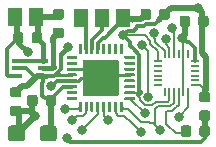
<source format=gbr>
G04 #@! TF.GenerationSoftware,KiCad,Pcbnew,(5.0.2)-1*
G04 #@! TF.CreationDate,2020-01-25T18:04:34+01:00*
G04 #@! TF.ProjectId,4.0,342e302e-6b69-4636-9164-5f7063625858,rev?*
G04 #@! TF.SameCoordinates,Original*
G04 #@! TF.FileFunction,Copper,L1,Top*
G04 #@! TF.FilePolarity,Positive*
%FSLAX46Y46*%
G04 Gerber Fmt 4.6, Leading zero omitted, Abs format (unit mm)*
G04 Created by KiCad (PCBNEW (5.0.2)-1) date 01/25/20 18:04:34*
%MOMM*%
%LPD*%
G01*
G04 APERTURE LIST*
G04 #@! TA.AperFunction,SMDPad,CuDef*
%ADD10R,0.200000X0.750000*%
G04 #@! TD*
G04 #@! TA.AperFunction,SMDPad,CuDef*
%ADD11R,0.750000X0.200000*%
G04 #@! TD*
G04 #@! TA.AperFunction,Conductor*
%ADD12C,0.100000*%
G04 #@! TD*
G04 #@! TA.AperFunction,SMDPad,CuDef*
%ADD13C,0.875000*%
G04 #@! TD*
G04 #@! TA.AperFunction,SMDPad,CuDef*
%ADD14C,1.350000*%
G04 #@! TD*
G04 #@! TA.AperFunction,SMDPad,CuDef*
%ADD15R,1.200000X1.500000*%
G04 #@! TD*
G04 #@! TA.AperFunction,SMDPad,CuDef*
%ADD16R,0.950000X0.450000*%
G04 #@! TD*
G04 #@! TA.AperFunction,SMDPad,CuDef*
%ADD17C,3.100000*%
G04 #@! TD*
G04 #@! TA.AperFunction,SMDPad,CuDef*
%ADD18C,0.250000*%
G04 #@! TD*
G04 #@! TA.AperFunction,ViaPad*
%ADD19C,0.800000*%
G04 #@! TD*
G04 #@! TA.AperFunction,Conductor*
%ADD20C,0.250000*%
G04 #@! TD*
G04 #@! TA.AperFunction,Conductor*
%ADD21C,0.500000*%
G04 #@! TD*
G04 #@! TA.AperFunction,Conductor*
%ADD22C,0.200000*%
G04 #@! TD*
G04 #@! TA.AperFunction,Conductor*
%ADD23C,0.400000*%
G04 #@! TD*
G04 #@! TA.AperFunction,Conductor*
%ADD24C,0.300000*%
G04 #@! TD*
G04 APERTURE END LIST*
D10*
G04 #@! TO.P,U2,24*
G04 #@! TO.N,/MOSI*
X131000000Y-91200000D03*
G04 #@! TO.P,U2,23*
G04 #@! TO.N,/SCK*
X131400000Y-91200000D03*
G04 #@! TO.P,U2,22*
G04 #@! TO.N,/CE_I*
X131800000Y-91200000D03*
G04 #@! TO.P,U2,21*
G04 #@! TO.N,N/C*
X132200000Y-91200000D03*
G04 #@! TO.P,U2,20*
G04 #@! TO.N,Earth*
X132600000Y-91200000D03*
G04 #@! TO.P,U2,19*
G04 #@! TO.N,N/C*
X133000000Y-91200000D03*
D11*
G04 #@! TO.P,U2,18*
G04 #@! TO.N,Earth*
X133600000Y-91800000D03*
G04 #@! TO.P,U2,17*
G04 #@! TO.N,N/C*
X133600000Y-92200000D03*
G04 #@! TO.P,U2,16*
X133600000Y-92600000D03*
G04 #@! TO.P,U2,15*
X133600000Y-93000000D03*
G04 #@! TO.P,U2,14*
X133600000Y-93400000D03*
G04 #@! TO.P,U2,13*
G04 #@! TO.N,+3V3*
X133600000Y-93800000D03*
D10*
G04 #@! TO.P,U2,12*
G04 #@! TO.N,INT*
X133000000Y-94400000D03*
G04 #@! TO.P,U2,11*
G04 #@! TO.N,Earth*
X132600000Y-94400000D03*
G04 #@! TO.P,U2,10*
G04 #@! TO.N,Net-(C7-Pad1)*
X132200000Y-94400000D03*
G04 #@! TO.P,U2,9*
G04 #@! TO.N,/MISO*
X131800000Y-94400000D03*
G04 #@! TO.P,U2,8*
G04 #@! TO.N,+3V3*
X131400000Y-94400000D03*
G04 #@! TO.P,U2,7*
G04 #@! TO.N,N/C*
X131000000Y-94400000D03*
D11*
G04 #@! TO.P,U2,6*
X130400000Y-93800000D03*
G04 #@! TO.P,U2,5*
X130400000Y-93400000D03*
G04 #@! TO.P,U2,4*
X130400000Y-93000000D03*
G04 #@! TO.P,U2,3*
X130400000Y-92600000D03*
G04 #@! TO.P,U2,2*
X130400000Y-92200000D03*
G04 #@! TO.P,U2,1*
G04 #@! TO.N,+3V3*
X130400000Y-91800000D03*
G04 #@! TD*
D12*
G04 #@! TO.N,Earth*
G04 #@! TO.C,C1*
G36*
X118677691Y-95551053D02*
X118698926Y-95554203D01*
X118719750Y-95559419D01*
X118739962Y-95566651D01*
X118759368Y-95575830D01*
X118777781Y-95586866D01*
X118795024Y-95599654D01*
X118810930Y-95614070D01*
X118825346Y-95629976D01*
X118838134Y-95647219D01*
X118849170Y-95665632D01*
X118858349Y-95685038D01*
X118865581Y-95705250D01*
X118870797Y-95726074D01*
X118873947Y-95747309D01*
X118875000Y-95768750D01*
X118875000Y-96206250D01*
X118873947Y-96227691D01*
X118870797Y-96248926D01*
X118865581Y-96269750D01*
X118858349Y-96289962D01*
X118849170Y-96309368D01*
X118838134Y-96327781D01*
X118825346Y-96345024D01*
X118810930Y-96360930D01*
X118795024Y-96375346D01*
X118777781Y-96388134D01*
X118759368Y-96399170D01*
X118739962Y-96408349D01*
X118719750Y-96415581D01*
X118698926Y-96420797D01*
X118677691Y-96423947D01*
X118656250Y-96425000D01*
X118143750Y-96425000D01*
X118122309Y-96423947D01*
X118101074Y-96420797D01*
X118080250Y-96415581D01*
X118060038Y-96408349D01*
X118040632Y-96399170D01*
X118022219Y-96388134D01*
X118004976Y-96375346D01*
X117989070Y-96360930D01*
X117974654Y-96345024D01*
X117961866Y-96327781D01*
X117950830Y-96309368D01*
X117941651Y-96289962D01*
X117934419Y-96269750D01*
X117929203Y-96248926D01*
X117926053Y-96227691D01*
X117925000Y-96206250D01*
X117925000Y-95768750D01*
X117926053Y-95747309D01*
X117929203Y-95726074D01*
X117934419Y-95705250D01*
X117941651Y-95685038D01*
X117950830Y-95665632D01*
X117961866Y-95647219D01*
X117974654Y-95629976D01*
X117989070Y-95614070D01*
X118004976Y-95599654D01*
X118022219Y-95586866D01*
X118040632Y-95575830D01*
X118060038Y-95566651D01*
X118080250Y-95559419D01*
X118101074Y-95554203D01*
X118122309Y-95551053D01*
X118143750Y-95550000D01*
X118656250Y-95550000D01*
X118677691Y-95551053D01*
X118677691Y-95551053D01*
G37*
D13*
G04 #@! TD*
G04 #@! TO.P,C1,2*
G04 #@! TO.N,Earth*
X118400000Y-95987500D03*
D12*
G04 #@! TO.N,+3V3*
G04 #@! TO.C,C1*
G36*
X118677691Y-93976053D02*
X118698926Y-93979203D01*
X118719750Y-93984419D01*
X118739962Y-93991651D01*
X118759368Y-94000830D01*
X118777781Y-94011866D01*
X118795024Y-94024654D01*
X118810930Y-94039070D01*
X118825346Y-94054976D01*
X118838134Y-94072219D01*
X118849170Y-94090632D01*
X118858349Y-94110038D01*
X118865581Y-94130250D01*
X118870797Y-94151074D01*
X118873947Y-94172309D01*
X118875000Y-94193750D01*
X118875000Y-94631250D01*
X118873947Y-94652691D01*
X118870797Y-94673926D01*
X118865581Y-94694750D01*
X118858349Y-94714962D01*
X118849170Y-94734368D01*
X118838134Y-94752781D01*
X118825346Y-94770024D01*
X118810930Y-94785930D01*
X118795024Y-94800346D01*
X118777781Y-94813134D01*
X118759368Y-94824170D01*
X118739962Y-94833349D01*
X118719750Y-94840581D01*
X118698926Y-94845797D01*
X118677691Y-94848947D01*
X118656250Y-94850000D01*
X118143750Y-94850000D01*
X118122309Y-94848947D01*
X118101074Y-94845797D01*
X118080250Y-94840581D01*
X118060038Y-94833349D01*
X118040632Y-94824170D01*
X118022219Y-94813134D01*
X118004976Y-94800346D01*
X117989070Y-94785930D01*
X117974654Y-94770024D01*
X117961866Y-94752781D01*
X117950830Y-94734368D01*
X117941651Y-94714962D01*
X117934419Y-94694750D01*
X117929203Y-94673926D01*
X117926053Y-94652691D01*
X117925000Y-94631250D01*
X117925000Y-94193750D01*
X117926053Y-94172309D01*
X117929203Y-94151074D01*
X117934419Y-94130250D01*
X117941651Y-94110038D01*
X117950830Y-94090632D01*
X117961866Y-94072219D01*
X117974654Y-94054976D01*
X117989070Y-94039070D01*
X118004976Y-94024654D01*
X118022219Y-94011866D01*
X118040632Y-94000830D01*
X118060038Y-93991651D01*
X118080250Y-93984419D01*
X118101074Y-93979203D01*
X118122309Y-93976053D01*
X118143750Y-93975000D01*
X118656250Y-93975000D01*
X118677691Y-93976053D01*
X118677691Y-93976053D01*
G37*
D13*
G04 #@! TD*
G04 #@! TO.P,C1,1*
G04 #@! TO.N,+3V3*
X118400000Y-94412500D03*
D12*
G04 #@! TO.N,+3V3*
G04 #@! TO.C,C2*
G36*
X121624505Y-97226204D02*
X121648773Y-97229804D01*
X121672572Y-97235765D01*
X121695671Y-97244030D01*
X121717850Y-97254520D01*
X121738893Y-97267132D01*
X121758599Y-97281747D01*
X121776777Y-97298223D01*
X121793253Y-97316401D01*
X121807868Y-97336107D01*
X121820480Y-97357150D01*
X121830970Y-97379329D01*
X121839235Y-97402428D01*
X121845196Y-97426227D01*
X121848796Y-97450495D01*
X121850000Y-97474999D01*
X121850000Y-98325001D01*
X121848796Y-98349505D01*
X121845196Y-98373773D01*
X121839235Y-98397572D01*
X121830970Y-98420671D01*
X121820480Y-98442850D01*
X121807868Y-98463893D01*
X121793253Y-98483599D01*
X121776777Y-98501777D01*
X121758599Y-98518253D01*
X121738893Y-98532868D01*
X121717850Y-98545480D01*
X121695671Y-98555970D01*
X121672572Y-98564235D01*
X121648773Y-98570196D01*
X121624505Y-98573796D01*
X121600001Y-98575000D01*
X120699999Y-98575000D01*
X120675495Y-98573796D01*
X120651227Y-98570196D01*
X120627428Y-98564235D01*
X120604329Y-98555970D01*
X120582150Y-98545480D01*
X120561107Y-98532868D01*
X120541401Y-98518253D01*
X120523223Y-98501777D01*
X120506747Y-98483599D01*
X120492132Y-98463893D01*
X120479520Y-98442850D01*
X120469030Y-98420671D01*
X120460765Y-98397572D01*
X120454804Y-98373773D01*
X120451204Y-98349505D01*
X120450000Y-98325001D01*
X120450000Y-97474999D01*
X120451204Y-97450495D01*
X120454804Y-97426227D01*
X120460765Y-97402428D01*
X120469030Y-97379329D01*
X120479520Y-97357150D01*
X120492132Y-97336107D01*
X120506747Y-97316401D01*
X120523223Y-97298223D01*
X120541401Y-97281747D01*
X120561107Y-97267132D01*
X120582150Y-97254520D01*
X120604329Y-97244030D01*
X120627428Y-97235765D01*
X120651227Y-97229804D01*
X120675495Y-97226204D01*
X120699999Y-97225000D01*
X121600001Y-97225000D01*
X121624505Y-97226204D01*
X121624505Y-97226204D01*
G37*
D14*
G04 #@! TD*
G04 #@! TO.P,C2,1*
G04 #@! TO.N,+3V3*
X121150000Y-97900000D03*
D12*
G04 #@! TO.N,Earth*
G04 #@! TO.C,C2*
G36*
X118924505Y-97226204D02*
X118948773Y-97229804D01*
X118972572Y-97235765D01*
X118995671Y-97244030D01*
X119017850Y-97254520D01*
X119038893Y-97267132D01*
X119058599Y-97281747D01*
X119076777Y-97298223D01*
X119093253Y-97316401D01*
X119107868Y-97336107D01*
X119120480Y-97357150D01*
X119130970Y-97379329D01*
X119139235Y-97402428D01*
X119145196Y-97426227D01*
X119148796Y-97450495D01*
X119150000Y-97474999D01*
X119150000Y-98325001D01*
X119148796Y-98349505D01*
X119145196Y-98373773D01*
X119139235Y-98397572D01*
X119130970Y-98420671D01*
X119120480Y-98442850D01*
X119107868Y-98463893D01*
X119093253Y-98483599D01*
X119076777Y-98501777D01*
X119058599Y-98518253D01*
X119038893Y-98532868D01*
X119017850Y-98545480D01*
X118995671Y-98555970D01*
X118972572Y-98564235D01*
X118948773Y-98570196D01*
X118924505Y-98573796D01*
X118900001Y-98575000D01*
X117999999Y-98575000D01*
X117975495Y-98573796D01*
X117951227Y-98570196D01*
X117927428Y-98564235D01*
X117904329Y-98555970D01*
X117882150Y-98545480D01*
X117861107Y-98532868D01*
X117841401Y-98518253D01*
X117823223Y-98501777D01*
X117806747Y-98483599D01*
X117792132Y-98463893D01*
X117779520Y-98442850D01*
X117769030Y-98420671D01*
X117760765Y-98397572D01*
X117754804Y-98373773D01*
X117751204Y-98349505D01*
X117750000Y-98325001D01*
X117750000Y-97474999D01*
X117751204Y-97450495D01*
X117754804Y-97426227D01*
X117760765Y-97402428D01*
X117769030Y-97379329D01*
X117779520Y-97357150D01*
X117792132Y-97336107D01*
X117806747Y-97316401D01*
X117823223Y-97298223D01*
X117841401Y-97281747D01*
X117861107Y-97267132D01*
X117882150Y-97254520D01*
X117904329Y-97244030D01*
X117927428Y-97235765D01*
X117951227Y-97229804D01*
X117975495Y-97226204D01*
X117999999Y-97225000D01*
X118900001Y-97225000D01*
X118924505Y-97226204D01*
X118924505Y-97226204D01*
G37*
D14*
G04 #@! TD*
G04 #@! TO.P,C2,2*
G04 #@! TO.N,Earth*
X118450000Y-97900000D03*
D15*
G04 #@! TO.P,TX/RX/RST,2*
G04 #@! TO.N,RX*
X125700000Y-88100000D03*
G04 #@! TO.P,TX/RX/RST,1*
G04 #@! TO.N,TX*
X123900000Y-88100000D03*
G04 #@! TO.P,TX/RX/RST,3*
G04 #@! TO.N,RES*
X127500000Y-88100000D03*
G04 #@! TD*
G04 #@! TO.P,GND,2*
G04 #@! TO.N,Earth*
X118300000Y-88000000D03*
G04 #@! TO.P,GND,1*
G04 #@! TO.N,VCC*
X120100000Y-88000000D03*
G04 #@! TD*
D12*
G04 #@! TO.N,+3V3*
G04 #@! TO.C,R1*
G36*
X131227691Y-87326053D02*
X131248926Y-87329203D01*
X131269750Y-87334419D01*
X131289962Y-87341651D01*
X131309368Y-87350830D01*
X131327781Y-87361866D01*
X131345024Y-87374654D01*
X131360930Y-87389070D01*
X131375346Y-87404976D01*
X131388134Y-87422219D01*
X131399170Y-87440632D01*
X131408349Y-87460038D01*
X131415581Y-87480250D01*
X131420797Y-87501074D01*
X131423947Y-87522309D01*
X131425000Y-87543750D01*
X131425000Y-88056250D01*
X131423947Y-88077691D01*
X131420797Y-88098926D01*
X131415581Y-88119750D01*
X131408349Y-88139962D01*
X131399170Y-88159368D01*
X131388134Y-88177781D01*
X131375346Y-88195024D01*
X131360930Y-88210930D01*
X131345024Y-88225346D01*
X131327781Y-88238134D01*
X131309368Y-88249170D01*
X131289962Y-88258349D01*
X131269750Y-88265581D01*
X131248926Y-88270797D01*
X131227691Y-88273947D01*
X131206250Y-88275000D01*
X130768750Y-88275000D01*
X130747309Y-88273947D01*
X130726074Y-88270797D01*
X130705250Y-88265581D01*
X130685038Y-88258349D01*
X130665632Y-88249170D01*
X130647219Y-88238134D01*
X130629976Y-88225346D01*
X130614070Y-88210930D01*
X130599654Y-88195024D01*
X130586866Y-88177781D01*
X130575830Y-88159368D01*
X130566651Y-88139962D01*
X130559419Y-88119750D01*
X130554203Y-88098926D01*
X130551053Y-88077691D01*
X130550000Y-88056250D01*
X130550000Y-87543750D01*
X130551053Y-87522309D01*
X130554203Y-87501074D01*
X130559419Y-87480250D01*
X130566651Y-87460038D01*
X130575830Y-87440632D01*
X130586866Y-87422219D01*
X130599654Y-87404976D01*
X130614070Y-87389070D01*
X130629976Y-87374654D01*
X130647219Y-87361866D01*
X130665632Y-87350830D01*
X130685038Y-87341651D01*
X130705250Y-87334419D01*
X130726074Y-87329203D01*
X130747309Y-87326053D01*
X130768750Y-87325000D01*
X131206250Y-87325000D01*
X131227691Y-87326053D01*
X131227691Y-87326053D01*
G37*
D13*
G04 #@! TD*
G04 #@! TO.P,R1,1*
G04 #@! TO.N,+3V3*
X130987500Y-87800000D03*
D12*
G04 #@! TO.N,RES*
G04 #@! TO.C,R1*
G36*
X129652691Y-87326053D02*
X129673926Y-87329203D01*
X129694750Y-87334419D01*
X129714962Y-87341651D01*
X129734368Y-87350830D01*
X129752781Y-87361866D01*
X129770024Y-87374654D01*
X129785930Y-87389070D01*
X129800346Y-87404976D01*
X129813134Y-87422219D01*
X129824170Y-87440632D01*
X129833349Y-87460038D01*
X129840581Y-87480250D01*
X129845797Y-87501074D01*
X129848947Y-87522309D01*
X129850000Y-87543750D01*
X129850000Y-88056250D01*
X129848947Y-88077691D01*
X129845797Y-88098926D01*
X129840581Y-88119750D01*
X129833349Y-88139962D01*
X129824170Y-88159368D01*
X129813134Y-88177781D01*
X129800346Y-88195024D01*
X129785930Y-88210930D01*
X129770024Y-88225346D01*
X129752781Y-88238134D01*
X129734368Y-88249170D01*
X129714962Y-88258349D01*
X129694750Y-88265581D01*
X129673926Y-88270797D01*
X129652691Y-88273947D01*
X129631250Y-88275000D01*
X129193750Y-88275000D01*
X129172309Y-88273947D01*
X129151074Y-88270797D01*
X129130250Y-88265581D01*
X129110038Y-88258349D01*
X129090632Y-88249170D01*
X129072219Y-88238134D01*
X129054976Y-88225346D01*
X129039070Y-88210930D01*
X129024654Y-88195024D01*
X129011866Y-88177781D01*
X129000830Y-88159368D01*
X128991651Y-88139962D01*
X128984419Y-88119750D01*
X128979203Y-88098926D01*
X128976053Y-88077691D01*
X128975000Y-88056250D01*
X128975000Y-87543750D01*
X128976053Y-87522309D01*
X128979203Y-87501074D01*
X128984419Y-87480250D01*
X128991651Y-87460038D01*
X129000830Y-87440632D01*
X129011866Y-87422219D01*
X129024654Y-87404976D01*
X129039070Y-87389070D01*
X129054976Y-87374654D01*
X129072219Y-87361866D01*
X129090632Y-87350830D01*
X129110038Y-87341651D01*
X129130250Y-87334419D01*
X129151074Y-87329203D01*
X129172309Y-87326053D01*
X129193750Y-87325000D01*
X129631250Y-87325000D01*
X129652691Y-87326053D01*
X129652691Y-87326053D01*
G37*
D13*
G04 #@! TD*
G04 #@! TO.P,R1,2*
G04 #@! TO.N,RES*
X129412500Y-87800000D03*
D12*
G04 #@! TO.N,Earth*
G04 #@! TO.C,C3*
G36*
X118852691Y-89326053D02*
X118873926Y-89329203D01*
X118894750Y-89334419D01*
X118914962Y-89341651D01*
X118934368Y-89350830D01*
X118952781Y-89361866D01*
X118970024Y-89374654D01*
X118985930Y-89389070D01*
X119000346Y-89404976D01*
X119013134Y-89422219D01*
X119024170Y-89440632D01*
X119033349Y-89460038D01*
X119040581Y-89480250D01*
X119045797Y-89501074D01*
X119048947Y-89522309D01*
X119050000Y-89543750D01*
X119050000Y-90056250D01*
X119048947Y-90077691D01*
X119045797Y-90098926D01*
X119040581Y-90119750D01*
X119033349Y-90139962D01*
X119024170Y-90159368D01*
X119013134Y-90177781D01*
X119000346Y-90195024D01*
X118985930Y-90210930D01*
X118970024Y-90225346D01*
X118952781Y-90238134D01*
X118934368Y-90249170D01*
X118914962Y-90258349D01*
X118894750Y-90265581D01*
X118873926Y-90270797D01*
X118852691Y-90273947D01*
X118831250Y-90275000D01*
X118393750Y-90275000D01*
X118372309Y-90273947D01*
X118351074Y-90270797D01*
X118330250Y-90265581D01*
X118310038Y-90258349D01*
X118290632Y-90249170D01*
X118272219Y-90238134D01*
X118254976Y-90225346D01*
X118239070Y-90210930D01*
X118224654Y-90195024D01*
X118211866Y-90177781D01*
X118200830Y-90159368D01*
X118191651Y-90139962D01*
X118184419Y-90119750D01*
X118179203Y-90098926D01*
X118176053Y-90077691D01*
X118175000Y-90056250D01*
X118175000Y-89543750D01*
X118176053Y-89522309D01*
X118179203Y-89501074D01*
X118184419Y-89480250D01*
X118191651Y-89460038D01*
X118200830Y-89440632D01*
X118211866Y-89422219D01*
X118224654Y-89404976D01*
X118239070Y-89389070D01*
X118254976Y-89374654D01*
X118272219Y-89361866D01*
X118290632Y-89350830D01*
X118310038Y-89341651D01*
X118330250Y-89334419D01*
X118351074Y-89329203D01*
X118372309Y-89326053D01*
X118393750Y-89325000D01*
X118831250Y-89325000D01*
X118852691Y-89326053D01*
X118852691Y-89326053D01*
G37*
D13*
G04 #@! TD*
G04 #@! TO.P,C3,2*
G04 #@! TO.N,Earth*
X118612500Y-89800000D03*
D12*
G04 #@! TO.N,VCC*
G04 #@! TO.C,C3*
G36*
X120427691Y-89326053D02*
X120448926Y-89329203D01*
X120469750Y-89334419D01*
X120489962Y-89341651D01*
X120509368Y-89350830D01*
X120527781Y-89361866D01*
X120545024Y-89374654D01*
X120560930Y-89389070D01*
X120575346Y-89404976D01*
X120588134Y-89422219D01*
X120599170Y-89440632D01*
X120608349Y-89460038D01*
X120615581Y-89480250D01*
X120620797Y-89501074D01*
X120623947Y-89522309D01*
X120625000Y-89543750D01*
X120625000Y-90056250D01*
X120623947Y-90077691D01*
X120620797Y-90098926D01*
X120615581Y-90119750D01*
X120608349Y-90139962D01*
X120599170Y-90159368D01*
X120588134Y-90177781D01*
X120575346Y-90195024D01*
X120560930Y-90210930D01*
X120545024Y-90225346D01*
X120527781Y-90238134D01*
X120509368Y-90249170D01*
X120489962Y-90258349D01*
X120469750Y-90265581D01*
X120448926Y-90270797D01*
X120427691Y-90273947D01*
X120406250Y-90275000D01*
X119968750Y-90275000D01*
X119947309Y-90273947D01*
X119926074Y-90270797D01*
X119905250Y-90265581D01*
X119885038Y-90258349D01*
X119865632Y-90249170D01*
X119847219Y-90238134D01*
X119829976Y-90225346D01*
X119814070Y-90210930D01*
X119799654Y-90195024D01*
X119786866Y-90177781D01*
X119775830Y-90159368D01*
X119766651Y-90139962D01*
X119759419Y-90119750D01*
X119754203Y-90098926D01*
X119751053Y-90077691D01*
X119750000Y-90056250D01*
X119750000Y-89543750D01*
X119751053Y-89522309D01*
X119754203Y-89501074D01*
X119759419Y-89480250D01*
X119766651Y-89460038D01*
X119775830Y-89440632D01*
X119786866Y-89422219D01*
X119799654Y-89404976D01*
X119814070Y-89389070D01*
X119829976Y-89374654D01*
X119847219Y-89361866D01*
X119865632Y-89350830D01*
X119885038Y-89341651D01*
X119905250Y-89334419D01*
X119926074Y-89329203D01*
X119947309Y-89326053D01*
X119968750Y-89325000D01*
X120406250Y-89325000D01*
X120427691Y-89326053D01*
X120427691Y-89326053D01*
G37*
D13*
G04 #@! TD*
G04 #@! TO.P,C3,1*
G04 #@! TO.N,VCC*
X120187500Y-89800000D03*
D12*
G04 #@! TO.N,+3V3*
G04 #@! TO.C,C4*
G36*
X121627691Y-94626053D02*
X121648926Y-94629203D01*
X121669750Y-94634419D01*
X121689962Y-94641651D01*
X121709368Y-94650830D01*
X121727781Y-94661866D01*
X121745024Y-94674654D01*
X121760930Y-94689070D01*
X121775346Y-94704976D01*
X121788134Y-94722219D01*
X121799170Y-94740632D01*
X121808349Y-94760038D01*
X121815581Y-94780250D01*
X121820797Y-94801074D01*
X121823947Y-94822309D01*
X121825000Y-94843750D01*
X121825000Y-95356250D01*
X121823947Y-95377691D01*
X121820797Y-95398926D01*
X121815581Y-95419750D01*
X121808349Y-95439962D01*
X121799170Y-95459368D01*
X121788134Y-95477781D01*
X121775346Y-95495024D01*
X121760930Y-95510930D01*
X121745024Y-95525346D01*
X121727781Y-95538134D01*
X121709368Y-95549170D01*
X121689962Y-95558349D01*
X121669750Y-95565581D01*
X121648926Y-95570797D01*
X121627691Y-95573947D01*
X121606250Y-95575000D01*
X121168750Y-95575000D01*
X121147309Y-95573947D01*
X121126074Y-95570797D01*
X121105250Y-95565581D01*
X121085038Y-95558349D01*
X121065632Y-95549170D01*
X121047219Y-95538134D01*
X121029976Y-95525346D01*
X121014070Y-95510930D01*
X120999654Y-95495024D01*
X120986866Y-95477781D01*
X120975830Y-95459368D01*
X120966651Y-95439962D01*
X120959419Y-95419750D01*
X120954203Y-95398926D01*
X120951053Y-95377691D01*
X120950000Y-95356250D01*
X120950000Y-94843750D01*
X120951053Y-94822309D01*
X120954203Y-94801074D01*
X120959419Y-94780250D01*
X120966651Y-94760038D01*
X120975830Y-94740632D01*
X120986866Y-94722219D01*
X120999654Y-94704976D01*
X121014070Y-94689070D01*
X121029976Y-94674654D01*
X121047219Y-94661866D01*
X121065632Y-94650830D01*
X121085038Y-94641651D01*
X121105250Y-94634419D01*
X121126074Y-94629203D01*
X121147309Y-94626053D01*
X121168750Y-94625000D01*
X121606250Y-94625000D01*
X121627691Y-94626053D01*
X121627691Y-94626053D01*
G37*
D13*
G04 #@! TD*
G04 #@! TO.P,C4,1*
G04 #@! TO.N,+3V3*
X121387500Y-95100000D03*
D12*
G04 #@! TO.N,Earth*
G04 #@! TO.C,C4*
G36*
X120052691Y-94626053D02*
X120073926Y-94629203D01*
X120094750Y-94634419D01*
X120114962Y-94641651D01*
X120134368Y-94650830D01*
X120152781Y-94661866D01*
X120170024Y-94674654D01*
X120185930Y-94689070D01*
X120200346Y-94704976D01*
X120213134Y-94722219D01*
X120224170Y-94740632D01*
X120233349Y-94760038D01*
X120240581Y-94780250D01*
X120245797Y-94801074D01*
X120248947Y-94822309D01*
X120250000Y-94843750D01*
X120250000Y-95356250D01*
X120248947Y-95377691D01*
X120245797Y-95398926D01*
X120240581Y-95419750D01*
X120233349Y-95439962D01*
X120224170Y-95459368D01*
X120213134Y-95477781D01*
X120200346Y-95495024D01*
X120185930Y-95510930D01*
X120170024Y-95525346D01*
X120152781Y-95538134D01*
X120134368Y-95549170D01*
X120114962Y-95558349D01*
X120094750Y-95565581D01*
X120073926Y-95570797D01*
X120052691Y-95573947D01*
X120031250Y-95575000D01*
X119593750Y-95575000D01*
X119572309Y-95573947D01*
X119551074Y-95570797D01*
X119530250Y-95565581D01*
X119510038Y-95558349D01*
X119490632Y-95549170D01*
X119472219Y-95538134D01*
X119454976Y-95525346D01*
X119439070Y-95510930D01*
X119424654Y-95495024D01*
X119411866Y-95477781D01*
X119400830Y-95459368D01*
X119391651Y-95439962D01*
X119384419Y-95419750D01*
X119379203Y-95398926D01*
X119376053Y-95377691D01*
X119375000Y-95356250D01*
X119375000Y-94843750D01*
X119376053Y-94822309D01*
X119379203Y-94801074D01*
X119384419Y-94780250D01*
X119391651Y-94760038D01*
X119400830Y-94740632D01*
X119411866Y-94722219D01*
X119424654Y-94704976D01*
X119439070Y-94689070D01*
X119454976Y-94674654D01*
X119472219Y-94661866D01*
X119490632Y-94650830D01*
X119510038Y-94641651D01*
X119530250Y-94634419D01*
X119551074Y-94629203D01*
X119572309Y-94626053D01*
X119593750Y-94625000D01*
X120031250Y-94625000D01*
X120052691Y-94626053D01*
X120052691Y-94626053D01*
G37*
D13*
G04 #@! TD*
G04 #@! TO.P,C4,2*
G04 #@! TO.N,Earth*
X119812500Y-95100000D03*
D12*
G04 #@! TO.N,Earth*
G04 #@! TO.C,C5*
G36*
X134677691Y-95951053D02*
X134698926Y-95954203D01*
X134719750Y-95959419D01*
X134739962Y-95966651D01*
X134759368Y-95975830D01*
X134777781Y-95986866D01*
X134795024Y-95999654D01*
X134810930Y-96014070D01*
X134825346Y-96029976D01*
X134838134Y-96047219D01*
X134849170Y-96065632D01*
X134858349Y-96085038D01*
X134865581Y-96105250D01*
X134870797Y-96126074D01*
X134873947Y-96147309D01*
X134875000Y-96168750D01*
X134875000Y-96606250D01*
X134873947Y-96627691D01*
X134870797Y-96648926D01*
X134865581Y-96669750D01*
X134858349Y-96689962D01*
X134849170Y-96709368D01*
X134838134Y-96727781D01*
X134825346Y-96745024D01*
X134810930Y-96760930D01*
X134795024Y-96775346D01*
X134777781Y-96788134D01*
X134759368Y-96799170D01*
X134739962Y-96808349D01*
X134719750Y-96815581D01*
X134698926Y-96820797D01*
X134677691Y-96823947D01*
X134656250Y-96825000D01*
X134143750Y-96825000D01*
X134122309Y-96823947D01*
X134101074Y-96820797D01*
X134080250Y-96815581D01*
X134060038Y-96808349D01*
X134040632Y-96799170D01*
X134022219Y-96788134D01*
X134004976Y-96775346D01*
X133989070Y-96760930D01*
X133974654Y-96745024D01*
X133961866Y-96727781D01*
X133950830Y-96709368D01*
X133941651Y-96689962D01*
X133934419Y-96669750D01*
X133929203Y-96648926D01*
X133926053Y-96627691D01*
X133925000Y-96606250D01*
X133925000Y-96168750D01*
X133926053Y-96147309D01*
X133929203Y-96126074D01*
X133934419Y-96105250D01*
X133941651Y-96085038D01*
X133950830Y-96065632D01*
X133961866Y-96047219D01*
X133974654Y-96029976D01*
X133989070Y-96014070D01*
X134004976Y-95999654D01*
X134022219Y-95986866D01*
X134040632Y-95975830D01*
X134060038Y-95966651D01*
X134080250Y-95959419D01*
X134101074Y-95954203D01*
X134122309Y-95951053D01*
X134143750Y-95950000D01*
X134656250Y-95950000D01*
X134677691Y-95951053D01*
X134677691Y-95951053D01*
G37*
D13*
G04 #@! TD*
G04 #@! TO.P,C5,2*
G04 #@! TO.N,Earth*
X134400000Y-96387500D03*
D12*
G04 #@! TO.N,+3V3*
G04 #@! TO.C,C5*
G36*
X134677691Y-94376053D02*
X134698926Y-94379203D01*
X134719750Y-94384419D01*
X134739962Y-94391651D01*
X134759368Y-94400830D01*
X134777781Y-94411866D01*
X134795024Y-94424654D01*
X134810930Y-94439070D01*
X134825346Y-94454976D01*
X134838134Y-94472219D01*
X134849170Y-94490632D01*
X134858349Y-94510038D01*
X134865581Y-94530250D01*
X134870797Y-94551074D01*
X134873947Y-94572309D01*
X134875000Y-94593750D01*
X134875000Y-95031250D01*
X134873947Y-95052691D01*
X134870797Y-95073926D01*
X134865581Y-95094750D01*
X134858349Y-95114962D01*
X134849170Y-95134368D01*
X134838134Y-95152781D01*
X134825346Y-95170024D01*
X134810930Y-95185930D01*
X134795024Y-95200346D01*
X134777781Y-95213134D01*
X134759368Y-95224170D01*
X134739962Y-95233349D01*
X134719750Y-95240581D01*
X134698926Y-95245797D01*
X134677691Y-95248947D01*
X134656250Y-95250000D01*
X134143750Y-95250000D01*
X134122309Y-95248947D01*
X134101074Y-95245797D01*
X134080250Y-95240581D01*
X134060038Y-95233349D01*
X134040632Y-95224170D01*
X134022219Y-95213134D01*
X134004976Y-95200346D01*
X133989070Y-95185930D01*
X133974654Y-95170024D01*
X133961866Y-95152781D01*
X133950830Y-95134368D01*
X133941651Y-95114962D01*
X133934419Y-95094750D01*
X133929203Y-95073926D01*
X133926053Y-95052691D01*
X133925000Y-95031250D01*
X133925000Y-94593750D01*
X133926053Y-94572309D01*
X133929203Y-94551074D01*
X133934419Y-94530250D01*
X133941651Y-94510038D01*
X133950830Y-94490632D01*
X133961866Y-94472219D01*
X133974654Y-94454976D01*
X133989070Y-94439070D01*
X134004976Y-94424654D01*
X134022219Y-94411866D01*
X134040632Y-94400830D01*
X134060038Y-94391651D01*
X134080250Y-94384419D01*
X134101074Y-94379203D01*
X134122309Y-94376053D01*
X134143750Y-94375000D01*
X134656250Y-94375000D01*
X134677691Y-94376053D01*
X134677691Y-94376053D01*
G37*
D13*
G04 #@! TD*
G04 #@! TO.P,C5,1*
G04 #@! TO.N,+3V3*
X134400000Y-94812500D03*
D12*
G04 #@! TO.N,+3V3*
G04 #@! TO.C,C6*
G36*
X134527691Y-87926053D02*
X134548926Y-87929203D01*
X134569750Y-87934419D01*
X134589962Y-87941651D01*
X134609368Y-87950830D01*
X134627781Y-87961866D01*
X134645024Y-87974654D01*
X134660930Y-87989070D01*
X134675346Y-88004976D01*
X134688134Y-88022219D01*
X134699170Y-88040632D01*
X134708349Y-88060038D01*
X134715581Y-88080250D01*
X134720797Y-88101074D01*
X134723947Y-88122309D01*
X134725000Y-88143750D01*
X134725000Y-88656250D01*
X134723947Y-88677691D01*
X134720797Y-88698926D01*
X134715581Y-88719750D01*
X134708349Y-88739962D01*
X134699170Y-88759368D01*
X134688134Y-88777781D01*
X134675346Y-88795024D01*
X134660930Y-88810930D01*
X134645024Y-88825346D01*
X134627781Y-88838134D01*
X134609368Y-88849170D01*
X134589962Y-88858349D01*
X134569750Y-88865581D01*
X134548926Y-88870797D01*
X134527691Y-88873947D01*
X134506250Y-88875000D01*
X134068750Y-88875000D01*
X134047309Y-88873947D01*
X134026074Y-88870797D01*
X134005250Y-88865581D01*
X133985038Y-88858349D01*
X133965632Y-88849170D01*
X133947219Y-88838134D01*
X133929976Y-88825346D01*
X133914070Y-88810930D01*
X133899654Y-88795024D01*
X133886866Y-88777781D01*
X133875830Y-88759368D01*
X133866651Y-88739962D01*
X133859419Y-88719750D01*
X133854203Y-88698926D01*
X133851053Y-88677691D01*
X133850000Y-88656250D01*
X133850000Y-88143750D01*
X133851053Y-88122309D01*
X133854203Y-88101074D01*
X133859419Y-88080250D01*
X133866651Y-88060038D01*
X133875830Y-88040632D01*
X133886866Y-88022219D01*
X133899654Y-88004976D01*
X133914070Y-87989070D01*
X133929976Y-87974654D01*
X133947219Y-87961866D01*
X133965632Y-87950830D01*
X133985038Y-87941651D01*
X134005250Y-87934419D01*
X134026074Y-87929203D01*
X134047309Y-87926053D01*
X134068750Y-87925000D01*
X134506250Y-87925000D01*
X134527691Y-87926053D01*
X134527691Y-87926053D01*
G37*
D13*
G04 #@! TD*
G04 #@! TO.P,C6,1*
G04 #@! TO.N,+3V3*
X134287500Y-88400000D03*
D12*
G04 #@! TO.N,Earth*
G04 #@! TO.C,C6*
G36*
X132952691Y-87926053D02*
X132973926Y-87929203D01*
X132994750Y-87934419D01*
X133014962Y-87941651D01*
X133034368Y-87950830D01*
X133052781Y-87961866D01*
X133070024Y-87974654D01*
X133085930Y-87989070D01*
X133100346Y-88004976D01*
X133113134Y-88022219D01*
X133124170Y-88040632D01*
X133133349Y-88060038D01*
X133140581Y-88080250D01*
X133145797Y-88101074D01*
X133148947Y-88122309D01*
X133150000Y-88143750D01*
X133150000Y-88656250D01*
X133148947Y-88677691D01*
X133145797Y-88698926D01*
X133140581Y-88719750D01*
X133133349Y-88739962D01*
X133124170Y-88759368D01*
X133113134Y-88777781D01*
X133100346Y-88795024D01*
X133085930Y-88810930D01*
X133070024Y-88825346D01*
X133052781Y-88838134D01*
X133034368Y-88849170D01*
X133014962Y-88858349D01*
X132994750Y-88865581D01*
X132973926Y-88870797D01*
X132952691Y-88873947D01*
X132931250Y-88875000D01*
X132493750Y-88875000D01*
X132472309Y-88873947D01*
X132451074Y-88870797D01*
X132430250Y-88865581D01*
X132410038Y-88858349D01*
X132390632Y-88849170D01*
X132372219Y-88838134D01*
X132354976Y-88825346D01*
X132339070Y-88810930D01*
X132324654Y-88795024D01*
X132311866Y-88777781D01*
X132300830Y-88759368D01*
X132291651Y-88739962D01*
X132284419Y-88719750D01*
X132279203Y-88698926D01*
X132276053Y-88677691D01*
X132275000Y-88656250D01*
X132275000Y-88143750D01*
X132276053Y-88122309D01*
X132279203Y-88101074D01*
X132284419Y-88080250D01*
X132291651Y-88060038D01*
X132300830Y-88040632D01*
X132311866Y-88022219D01*
X132324654Y-88004976D01*
X132339070Y-87989070D01*
X132354976Y-87974654D01*
X132372219Y-87961866D01*
X132390632Y-87950830D01*
X132410038Y-87941651D01*
X132430250Y-87934419D01*
X132451074Y-87929203D01*
X132472309Y-87926053D01*
X132493750Y-87925000D01*
X132931250Y-87925000D01*
X132952691Y-87926053D01*
X132952691Y-87926053D01*
G37*
D13*
G04 #@! TD*
G04 #@! TO.P,C6,2*
G04 #@! TO.N,Earth*
X132712500Y-88400000D03*
D12*
G04 #@! TO.N,Net-(C7-Pad1)*
G04 #@! TO.C,C7*
G36*
X133052691Y-97226053D02*
X133073926Y-97229203D01*
X133094750Y-97234419D01*
X133114962Y-97241651D01*
X133134368Y-97250830D01*
X133152781Y-97261866D01*
X133170024Y-97274654D01*
X133185930Y-97289070D01*
X133200346Y-97304976D01*
X133213134Y-97322219D01*
X133224170Y-97340632D01*
X133233349Y-97360038D01*
X133240581Y-97380250D01*
X133245797Y-97401074D01*
X133248947Y-97422309D01*
X133250000Y-97443750D01*
X133250000Y-97956250D01*
X133248947Y-97977691D01*
X133245797Y-97998926D01*
X133240581Y-98019750D01*
X133233349Y-98039962D01*
X133224170Y-98059368D01*
X133213134Y-98077781D01*
X133200346Y-98095024D01*
X133185930Y-98110930D01*
X133170024Y-98125346D01*
X133152781Y-98138134D01*
X133134368Y-98149170D01*
X133114962Y-98158349D01*
X133094750Y-98165581D01*
X133073926Y-98170797D01*
X133052691Y-98173947D01*
X133031250Y-98175000D01*
X132593750Y-98175000D01*
X132572309Y-98173947D01*
X132551074Y-98170797D01*
X132530250Y-98165581D01*
X132510038Y-98158349D01*
X132490632Y-98149170D01*
X132472219Y-98138134D01*
X132454976Y-98125346D01*
X132439070Y-98110930D01*
X132424654Y-98095024D01*
X132411866Y-98077781D01*
X132400830Y-98059368D01*
X132391651Y-98039962D01*
X132384419Y-98019750D01*
X132379203Y-97998926D01*
X132376053Y-97977691D01*
X132375000Y-97956250D01*
X132375000Y-97443750D01*
X132376053Y-97422309D01*
X132379203Y-97401074D01*
X132384419Y-97380250D01*
X132391651Y-97360038D01*
X132400830Y-97340632D01*
X132411866Y-97322219D01*
X132424654Y-97304976D01*
X132439070Y-97289070D01*
X132454976Y-97274654D01*
X132472219Y-97261866D01*
X132490632Y-97250830D01*
X132510038Y-97241651D01*
X132530250Y-97234419D01*
X132551074Y-97229203D01*
X132572309Y-97226053D01*
X132593750Y-97225000D01*
X133031250Y-97225000D01*
X133052691Y-97226053D01*
X133052691Y-97226053D01*
G37*
D13*
G04 #@! TD*
G04 #@! TO.P,C7,1*
G04 #@! TO.N,Net-(C7-Pad1)*
X132812500Y-97700000D03*
D12*
G04 #@! TO.N,Earth*
G04 #@! TO.C,C7*
G36*
X134627691Y-97226053D02*
X134648926Y-97229203D01*
X134669750Y-97234419D01*
X134689962Y-97241651D01*
X134709368Y-97250830D01*
X134727781Y-97261866D01*
X134745024Y-97274654D01*
X134760930Y-97289070D01*
X134775346Y-97304976D01*
X134788134Y-97322219D01*
X134799170Y-97340632D01*
X134808349Y-97360038D01*
X134815581Y-97380250D01*
X134820797Y-97401074D01*
X134823947Y-97422309D01*
X134825000Y-97443750D01*
X134825000Y-97956250D01*
X134823947Y-97977691D01*
X134820797Y-97998926D01*
X134815581Y-98019750D01*
X134808349Y-98039962D01*
X134799170Y-98059368D01*
X134788134Y-98077781D01*
X134775346Y-98095024D01*
X134760930Y-98110930D01*
X134745024Y-98125346D01*
X134727781Y-98138134D01*
X134709368Y-98149170D01*
X134689962Y-98158349D01*
X134669750Y-98165581D01*
X134648926Y-98170797D01*
X134627691Y-98173947D01*
X134606250Y-98175000D01*
X134168750Y-98175000D01*
X134147309Y-98173947D01*
X134126074Y-98170797D01*
X134105250Y-98165581D01*
X134085038Y-98158349D01*
X134065632Y-98149170D01*
X134047219Y-98138134D01*
X134029976Y-98125346D01*
X134014070Y-98110930D01*
X133999654Y-98095024D01*
X133986866Y-98077781D01*
X133975830Y-98059368D01*
X133966651Y-98039962D01*
X133959419Y-98019750D01*
X133954203Y-97998926D01*
X133951053Y-97977691D01*
X133950000Y-97956250D01*
X133950000Y-97443750D01*
X133951053Y-97422309D01*
X133954203Y-97401074D01*
X133959419Y-97380250D01*
X133966651Y-97360038D01*
X133975830Y-97340632D01*
X133986866Y-97322219D01*
X133999654Y-97304976D01*
X134014070Y-97289070D01*
X134029976Y-97274654D01*
X134047219Y-97261866D01*
X134065632Y-97250830D01*
X134085038Y-97241651D01*
X134105250Y-97234419D01*
X134126074Y-97229203D01*
X134147309Y-97226053D01*
X134168750Y-97225000D01*
X134606250Y-97225000D01*
X134627691Y-97226053D01*
X134627691Y-97226053D01*
G37*
D13*
G04 #@! TD*
G04 #@! TO.P,C7,2*
G04 #@! TO.N,Earth*
X134387500Y-97700000D03*
D16*
G04 #@! TO.P,IC1,1*
G04 #@! TO.N,VCC*
X118500000Y-91750000D03*
G04 #@! TO.P,IC1,2*
G04 #@! TO.N,+3V3*
X118500000Y-92400000D03*
G04 #@! TO.P,IC1,3*
G04 #@! TO.N,Earth*
X118500000Y-93050000D03*
G04 #@! TO.P,IC1,6*
G04 #@! TO.N,VCC*
X120700000Y-91750000D03*
G04 #@! TO.P,IC1,5*
G04 #@! TO.N,Net-(IC1-Pad5)*
X120700000Y-92400000D03*
G04 #@! TO.P,IC1,4*
G04 #@! TO.N,+3V3*
X120700000Y-93050000D03*
G04 #@! TD*
D12*
G04 #@! TO.N,VCC*
G04 #@! TO.C,L1*
G36*
X122277691Y-87376053D02*
X122298926Y-87379203D01*
X122319750Y-87384419D01*
X122339962Y-87391651D01*
X122359368Y-87400830D01*
X122377781Y-87411866D01*
X122395024Y-87424654D01*
X122410930Y-87439070D01*
X122425346Y-87454976D01*
X122438134Y-87472219D01*
X122449170Y-87490632D01*
X122458349Y-87510038D01*
X122465581Y-87530250D01*
X122470797Y-87551074D01*
X122473947Y-87572309D01*
X122475000Y-87593750D01*
X122475000Y-88031250D01*
X122473947Y-88052691D01*
X122470797Y-88073926D01*
X122465581Y-88094750D01*
X122458349Y-88114962D01*
X122449170Y-88134368D01*
X122438134Y-88152781D01*
X122425346Y-88170024D01*
X122410930Y-88185930D01*
X122395024Y-88200346D01*
X122377781Y-88213134D01*
X122359368Y-88224170D01*
X122339962Y-88233349D01*
X122319750Y-88240581D01*
X122298926Y-88245797D01*
X122277691Y-88248947D01*
X122256250Y-88250000D01*
X121743750Y-88250000D01*
X121722309Y-88248947D01*
X121701074Y-88245797D01*
X121680250Y-88240581D01*
X121660038Y-88233349D01*
X121640632Y-88224170D01*
X121622219Y-88213134D01*
X121604976Y-88200346D01*
X121589070Y-88185930D01*
X121574654Y-88170024D01*
X121561866Y-88152781D01*
X121550830Y-88134368D01*
X121541651Y-88114962D01*
X121534419Y-88094750D01*
X121529203Y-88073926D01*
X121526053Y-88052691D01*
X121525000Y-88031250D01*
X121525000Y-87593750D01*
X121526053Y-87572309D01*
X121529203Y-87551074D01*
X121534419Y-87530250D01*
X121541651Y-87510038D01*
X121550830Y-87490632D01*
X121561866Y-87472219D01*
X121574654Y-87454976D01*
X121589070Y-87439070D01*
X121604976Y-87424654D01*
X121622219Y-87411866D01*
X121640632Y-87400830D01*
X121660038Y-87391651D01*
X121680250Y-87384419D01*
X121701074Y-87379203D01*
X121722309Y-87376053D01*
X121743750Y-87375000D01*
X122256250Y-87375000D01*
X122277691Y-87376053D01*
X122277691Y-87376053D01*
G37*
D13*
G04 #@! TD*
G04 #@! TO.P,L1,1*
G04 #@! TO.N,VCC*
X122000000Y-87812500D03*
D12*
G04 #@! TO.N,Net-(IC1-Pad5)*
G04 #@! TO.C,L1*
G36*
X122277691Y-88951053D02*
X122298926Y-88954203D01*
X122319750Y-88959419D01*
X122339962Y-88966651D01*
X122359368Y-88975830D01*
X122377781Y-88986866D01*
X122395024Y-88999654D01*
X122410930Y-89014070D01*
X122425346Y-89029976D01*
X122438134Y-89047219D01*
X122449170Y-89065632D01*
X122458349Y-89085038D01*
X122465581Y-89105250D01*
X122470797Y-89126074D01*
X122473947Y-89147309D01*
X122475000Y-89168750D01*
X122475000Y-89606250D01*
X122473947Y-89627691D01*
X122470797Y-89648926D01*
X122465581Y-89669750D01*
X122458349Y-89689962D01*
X122449170Y-89709368D01*
X122438134Y-89727781D01*
X122425346Y-89745024D01*
X122410930Y-89760930D01*
X122395024Y-89775346D01*
X122377781Y-89788134D01*
X122359368Y-89799170D01*
X122339962Y-89808349D01*
X122319750Y-89815581D01*
X122298926Y-89820797D01*
X122277691Y-89823947D01*
X122256250Y-89825000D01*
X121743750Y-89825000D01*
X121722309Y-89823947D01*
X121701074Y-89820797D01*
X121680250Y-89815581D01*
X121660038Y-89808349D01*
X121640632Y-89799170D01*
X121622219Y-89788134D01*
X121604976Y-89775346D01*
X121589070Y-89760930D01*
X121574654Y-89745024D01*
X121561866Y-89727781D01*
X121550830Y-89709368D01*
X121541651Y-89689962D01*
X121534419Y-89669750D01*
X121529203Y-89648926D01*
X121526053Y-89627691D01*
X121525000Y-89606250D01*
X121525000Y-89168750D01*
X121526053Y-89147309D01*
X121529203Y-89126074D01*
X121534419Y-89105250D01*
X121541651Y-89085038D01*
X121550830Y-89065632D01*
X121561866Y-89047219D01*
X121574654Y-89029976D01*
X121589070Y-89014070D01*
X121604976Y-88999654D01*
X121622219Y-88986866D01*
X121640632Y-88975830D01*
X121660038Y-88966651D01*
X121680250Y-88959419D01*
X121701074Y-88954203D01*
X121722309Y-88951053D01*
X121743750Y-88950000D01*
X122256250Y-88950000D01*
X122277691Y-88951053D01*
X122277691Y-88951053D01*
G37*
D13*
G04 #@! TD*
G04 #@! TO.P,L1,2*
G04 #@! TO.N,Net-(IC1-Pad5)*
X122000000Y-89387500D03*
D12*
G04 #@! TO.N,Earth*
G04 #@! TO.C,U1*
G36*
X126924505Y-91651204D02*
X126948773Y-91654804D01*
X126972572Y-91660765D01*
X126995671Y-91669030D01*
X127017850Y-91679520D01*
X127038893Y-91692132D01*
X127058599Y-91706747D01*
X127076777Y-91723223D01*
X127093253Y-91741401D01*
X127107868Y-91761107D01*
X127120480Y-91782150D01*
X127130970Y-91804329D01*
X127139235Y-91827428D01*
X127145196Y-91851227D01*
X127148796Y-91875495D01*
X127150000Y-91899999D01*
X127150000Y-94500001D01*
X127148796Y-94524505D01*
X127145196Y-94548773D01*
X127139235Y-94572572D01*
X127130970Y-94595671D01*
X127120480Y-94617850D01*
X127107868Y-94638893D01*
X127093253Y-94658599D01*
X127076777Y-94676777D01*
X127058599Y-94693253D01*
X127038893Y-94707868D01*
X127017850Y-94720480D01*
X126995671Y-94730970D01*
X126972572Y-94739235D01*
X126948773Y-94745196D01*
X126924505Y-94748796D01*
X126900001Y-94750000D01*
X124299999Y-94750000D01*
X124275495Y-94748796D01*
X124251227Y-94745196D01*
X124227428Y-94739235D01*
X124204329Y-94730970D01*
X124182150Y-94720480D01*
X124161107Y-94707868D01*
X124141401Y-94693253D01*
X124123223Y-94676777D01*
X124106747Y-94658599D01*
X124092132Y-94638893D01*
X124079520Y-94617850D01*
X124069030Y-94595671D01*
X124060765Y-94572572D01*
X124054804Y-94548773D01*
X124051204Y-94524505D01*
X124050000Y-94500001D01*
X124050000Y-91899999D01*
X124051204Y-91875495D01*
X124054804Y-91851227D01*
X124060765Y-91827428D01*
X124069030Y-91804329D01*
X124079520Y-91782150D01*
X124092132Y-91761107D01*
X124106747Y-91741401D01*
X124123223Y-91723223D01*
X124141401Y-91706747D01*
X124161107Y-91692132D01*
X124182150Y-91679520D01*
X124204329Y-91669030D01*
X124227428Y-91660765D01*
X124251227Y-91654804D01*
X124275495Y-91651204D01*
X124299999Y-91650000D01*
X126900001Y-91650000D01*
X126924505Y-91651204D01*
X126924505Y-91651204D01*
G37*
D17*
G04 #@! TD*
G04 #@! TO.P,U1,33*
G04 #@! TO.N,Earth*
X125600000Y-93200000D03*
D12*
G04 #@! TO.N,N/C*
G04 #@! TO.C,U1*
G36*
X123543626Y-91325301D02*
X123549693Y-91326201D01*
X123555643Y-91327691D01*
X123561418Y-91329758D01*
X123566962Y-91332380D01*
X123572223Y-91335533D01*
X123577150Y-91339187D01*
X123581694Y-91343306D01*
X123585813Y-91347850D01*
X123589467Y-91352777D01*
X123592620Y-91358038D01*
X123595242Y-91363582D01*
X123597309Y-91369357D01*
X123598799Y-91375307D01*
X123599699Y-91381374D01*
X123600000Y-91387500D01*
X123600000Y-91512500D01*
X123599699Y-91518626D01*
X123598799Y-91524693D01*
X123597309Y-91530643D01*
X123595242Y-91536418D01*
X123592620Y-91541962D01*
X123589467Y-91547223D01*
X123585813Y-91552150D01*
X123581694Y-91556694D01*
X123577150Y-91560813D01*
X123572223Y-91564467D01*
X123566962Y-91567620D01*
X123561418Y-91570242D01*
X123555643Y-91572309D01*
X123549693Y-91573799D01*
X123543626Y-91574699D01*
X123537500Y-91575000D01*
X122787500Y-91575000D01*
X122781374Y-91574699D01*
X122775307Y-91573799D01*
X122769357Y-91572309D01*
X122763582Y-91570242D01*
X122758038Y-91567620D01*
X122752777Y-91564467D01*
X122747850Y-91560813D01*
X122743306Y-91556694D01*
X122739187Y-91552150D01*
X122735533Y-91547223D01*
X122732380Y-91541962D01*
X122729758Y-91536418D01*
X122727691Y-91530643D01*
X122726201Y-91524693D01*
X122725301Y-91518626D01*
X122725000Y-91512500D01*
X122725000Y-91387500D01*
X122725301Y-91381374D01*
X122726201Y-91375307D01*
X122727691Y-91369357D01*
X122729758Y-91363582D01*
X122732380Y-91358038D01*
X122735533Y-91352777D01*
X122739187Y-91347850D01*
X122743306Y-91343306D01*
X122747850Y-91339187D01*
X122752777Y-91335533D01*
X122758038Y-91332380D01*
X122763582Y-91329758D01*
X122769357Y-91327691D01*
X122775307Y-91326201D01*
X122781374Y-91325301D01*
X122787500Y-91325000D01*
X123537500Y-91325000D01*
X123543626Y-91325301D01*
X123543626Y-91325301D01*
G37*
D18*
G04 #@! TD*
G04 #@! TO.P,U1,1*
G04 #@! TO.N,N/C*
X123162500Y-91450000D03*
D12*
G04 #@! TO.N,N/C*
G04 #@! TO.C,U1*
G36*
X123543626Y-91825301D02*
X123549693Y-91826201D01*
X123555643Y-91827691D01*
X123561418Y-91829758D01*
X123566962Y-91832380D01*
X123572223Y-91835533D01*
X123577150Y-91839187D01*
X123581694Y-91843306D01*
X123585813Y-91847850D01*
X123589467Y-91852777D01*
X123592620Y-91858038D01*
X123595242Y-91863582D01*
X123597309Y-91869357D01*
X123598799Y-91875307D01*
X123599699Y-91881374D01*
X123600000Y-91887500D01*
X123600000Y-92012500D01*
X123599699Y-92018626D01*
X123598799Y-92024693D01*
X123597309Y-92030643D01*
X123595242Y-92036418D01*
X123592620Y-92041962D01*
X123589467Y-92047223D01*
X123585813Y-92052150D01*
X123581694Y-92056694D01*
X123577150Y-92060813D01*
X123572223Y-92064467D01*
X123566962Y-92067620D01*
X123561418Y-92070242D01*
X123555643Y-92072309D01*
X123549693Y-92073799D01*
X123543626Y-92074699D01*
X123537500Y-92075000D01*
X122787500Y-92075000D01*
X122781374Y-92074699D01*
X122775307Y-92073799D01*
X122769357Y-92072309D01*
X122763582Y-92070242D01*
X122758038Y-92067620D01*
X122752777Y-92064467D01*
X122747850Y-92060813D01*
X122743306Y-92056694D01*
X122739187Y-92052150D01*
X122735533Y-92047223D01*
X122732380Y-92041962D01*
X122729758Y-92036418D01*
X122727691Y-92030643D01*
X122726201Y-92024693D01*
X122725301Y-92018626D01*
X122725000Y-92012500D01*
X122725000Y-91887500D01*
X122725301Y-91881374D01*
X122726201Y-91875307D01*
X122727691Y-91869357D01*
X122729758Y-91863582D01*
X122732380Y-91858038D01*
X122735533Y-91852777D01*
X122739187Y-91847850D01*
X122743306Y-91843306D01*
X122747850Y-91839187D01*
X122752777Y-91835533D01*
X122758038Y-91832380D01*
X122763582Y-91829758D01*
X122769357Y-91827691D01*
X122775307Y-91826201D01*
X122781374Y-91825301D01*
X122787500Y-91825000D01*
X123537500Y-91825000D01*
X123543626Y-91825301D01*
X123543626Y-91825301D01*
G37*
D18*
G04 #@! TD*
G04 #@! TO.P,U1,2*
G04 #@! TO.N,N/C*
X123162500Y-91950000D03*
D12*
G04 #@! TO.N,Earth*
G04 #@! TO.C,U1*
G36*
X123543626Y-92325301D02*
X123549693Y-92326201D01*
X123555643Y-92327691D01*
X123561418Y-92329758D01*
X123566962Y-92332380D01*
X123572223Y-92335533D01*
X123577150Y-92339187D01*
X123581694Y-92343306D01*
X123585813Y-92347850D01*
X123589467Y-92352777D01*
X123592620Y-92358038D01*
X123595242Y-92363582D01*
X123597309Y-92369357D01*
X123598799Y-92375307D01*
X123599699Y-92381374D01*
X123600000Y-92387500D01*
X123600000Y-92512500D01*
X123599699Y-92518626D01*
X123598799Y-92524693D01*
X123597309Y-92530643D01*
X123595242Y-92536418D01*
X123592620Y-92541962D01*
X123589467Y-92547223D01*
X123585813Y-92552150D01*
X123581694Y-92556694D01*
X123577150Y-92560813D01*
X123572223Y-92564467D01*
X123566962Y-92567620D01*
X123561418Y-92570242D01*
X123555643Y-92572309D01*
X123549693Y-92573799D01*
X123543626Y-92574699D01*
X123537500Y-92575000D01*
X122787500Y-92575000D01*
X122781374Y-92574699D01*
X122775307Y-92573799D01*
X122769357Y-92572309D01*
X122763582Y-92570242D01*
X122758038Y-92567620D01*
X122752777Y-92564467D01*
X122747850Y-92560813D01*
X122743306Y-92556694D01*
X122739187Y-92552150D01*
X122735533Y-92547223D01*
X122732380Y-92541962D01*
X122729758Y-92536418D01*
X122727691Y-92530643D01*
X122726201Y-92524693D01*
X122725301Y-92518626D01*
X122725000Y-92512500D01*
X122725000Y-92387500D01*
X122725301Y-92381374D01*
X122726201Y-92375307D01*
X122727691Y-92369357D01*
X122729758Y-92363582D01*
X122732380Y-92358038D01*
X122735533Y-92352777D01*
X122739187Y-92347850D01*
X122743306Y-92343306D01*
X122747850Y-92339187D01*
X122752777Y-92335533D01*
X122758038Y-92332380D01*
X122763582Y-92329758D01*
X122769357Y-92327691D01*
X122775307Y-92326201D01*
X122781374Y-92325301D01*
X122787500Y-92325000D01*
X123537500Y-92325000D01*
X123543626Y-92325301D01*
X123543626Y-92325301D01*
G37*
D18*
G04 #@! TD*
G04 #@! TO.P,U1,3*
G04 #@! TO.N,Earth*
X123162500Y-92450000D03*
D12*
G04 #@! TO.N,+3V3*
G04 #@! TO.C,U1*
G36*
X123543626Y-92825301D02*
X123549693Y-92826201D01*
X123555643Y-92827691D01*
X123561418Y-92829758D01*
X123566962Y-92832380D01*
X123572223Y-92835533D01*
X123577150Y-92839187D01*
X123581694Y-92843306D01*
X123585813Y-92847850D01*
X123589467Y-92852777D01*
X123592620Y-92858038D01*
X123595242Y-92863582D01*
X123597309Y-92869357D01*
X123598799Y-92875307D01*
X123599699Y-92881374D01*
X123600000Y-92887500D01*
X123600000Y-93012500D01*
X123599699Y-93018626D01*
X123598799Y-93024693D01*
X123597309Y-93030643D01*
X123595242Y-93036418D01*
X123592620Y-93041962D01*
X123589467Y-93047223D01*
X123585813Y-93052150D01*
X123581694Y-93056694D01*
X123577150Y-93060813D01*
X123572223Y-93064467D01*
X123566962Y-93067620D01*
X123561418Y-93070242D01*
X123555643Y-93072309D01*
X123549693Y-93073799D01*
X123543626Y-93074699D01*
X123537500Y-93075000D01*
X122787500Y-93075000D01*
X122781374Y-93074699D01*
X122775307Y-93073799D01*
X122769357Y-93072309D01*
X122763582Y-93070242D01*
X122758038Y-93067620D01*
X122752777Y-93064467D01*
X122747850Y-93060813D01*
X122743306Y-93056694D01*
X122739187Y-93052150D01*
X122735533Y-93047223D01*
X122732380Y-93041962D01*
X122729758Y-93036418D01*
X122727691Y-93030643D01*
X122726201Y-93024693D01*
X122725301Y-93018626D01*
X122725000Y-93012500D01*
X122725000Y-92887500D01*
X122725301Y-92881374D01*
X122726201Y-92875307D01*
X122727691Y-92869357D01*
X122729758Y-92863582D01*
X122732380Y-92858038D01*
X122735533Y-92852777D01*
X122739187Y-92847850D01*
X122743306Y-92843306D01*
X122747850Y-92839187D01*
X122752777Y-92835533D01*
X122758038Y-92832380D01*
X122763582Y-92829758D01*
X122769357Y-92827691D01*
X122775307Y-92826201D01*
X122781374Y-92825301D01*
X122787500Y-92825000D01*
X123537500Y-92825000D01*
X123543626Y-92825301D01*
X123543626Y-92825301D01*
G37*
D18*
G04 #@! TD*
G04 #@! TO.P,U1,4*
G04 #@! TO.N,+3V3*
X123162500Y-92950000D03*
D12*
G04 #@! TO.N,Earth*
G04 #@! TO.C,U1*
G36*
X123543626Y-93325301D02*
X123549693Y-93326201D01*
X123555643Y-93327691D01*
X123561418Y-93329758D01*
X123566962Y-93332380D01*
X123572223Y-93335533D01*
X123577150Y-93339187D01*
X123581694Y-93343306D01*
X123585813Y-93347850D01*
X123589467Y-93352777D01*
X123592620Y-93358038D01*
X123595242Y-93363582D01*
X123597309Y-93369357D01*
X123598799Y-93375307D01*
X123599699Y-93381374D01*
X123600000Y-93387500D01*
X123600000Y-93512500D01*
X123599699Y-93518626D01*
X123598799Y-93524693D01*
X123597309Y-93530643D01*
X123595242Y-93536418D01*
X123592620Y-93541962D01*
X123589467Y-93547223D01*
X123585813Y-93552150D01*
X123581694Y-93556694D01*
X123577150Y-93560813D01*
X123572223Y-93564467D01*
X123566962Y-93567620D01*
X123561418Y-93570242D01*
X123555643Y-93572309D01*
X123549693Y-93573799D01*
X123543626Y-93574699D01*
X123537500Y-93575000D01*
X122787500Y-93575000D01*
X122781374Y-93574699D01*
X122775307Y-93573799D01*
X122769357Y-93572309D01*
X122763582Y-93570242D01*
X122758038Y-93567620D01*
X122752777Y-93564467D01*
X122747850Y-93560813D01*
X122743306Y-93556694D01*
X122739187Y-93552150D01*
X122735533Y-93547223D01*
X122732380Y-93541962D01*
X122729758Y-93536418D01*
X122727691Y-93530643D01*
X122726201Y-93524693D01*
X122725301Y-93518626D01*
X122725000Y-93512500D01*
X122725000Y-93387500D01*
X122725301Y-93381374D01*
X122726201Y-93375307D01*
X122727691Y-93369357D01*
X122729758Y-93363582D01*
X122732380Y-93358038D01*
X122735533Y-93352777D01*
X122739187Y-93347850D01*
X122743306Y-93343306D01*
X122747850Y-93339187D01*
X122752777Y-93335533D01*
X122758038Y-93332380D01*
X122763582Y-93329758D01*
X122769357Y-93327691D01*
X122775307Y-93326201D01*
X122781374Y-93325301D01*
X122787500Y-93325000D01*
X123537500Y-93325000D01*
X123543626Y-93325301D01*
X123543626Y-93325301D01*
G37*
D18*
G04 #@! TD*
G04 #@! TO.P,U1,5*
G04 #@! TO.N,Earth*
X123162500Y-93450000D03*
D12*
G04 #@! TO.N,+3V3*
G04 #@! TO.C,U1*
G36*
X123543626Y-93825301D02*
X123549693Y-93826201D01*
X123555643Y-93827691D01*
X123561418Y-93829758D01*
X123566962Y-93832380D01*
X123572223Y-93835533D01*
X123577150Y-93839187D01*
X123581694Y-93843306D01*
X123585813Y-93847850D01*
X123589467Y-93852777D01*
X123592620Y-93858038D01*
X123595242Y-93863582D01*
X123597309Y-93869357D01*
X123598799Y-93875307D01*
X123599699Y-93881374D01*
X123600000Y-93887500D01*
X123600000Y-94012500D01*
X123599699Y-94018626D01*
X123598799Y-94024693D01*
X123597309Y-94030643D01*
X123595242Y-94036418D01*
X123592620Y-94041962D01*
X123589467Y-94047223D01*
X123585813Y-94052150D01*
X123581694Y-94056694D01*
X123577150Y-94060813D01*
X123572223Y-94064467D01*
X123566962Y-94067620D01*
X123561418Y-94070242D01*
X123555643Y-94072309D01*
X123549693Y-94073799D01*
X123543626Y-94074699D01*
X123537500Y-94075000D01*
X122787500Y-94075000D01*
X122781374Y-94074699D01*
X122775307Y-94073799D01*
X122769357Y-94072309D01*
X122763582Y-94070242D01*
X122758038Y-94067620D01*
X122752777Y-94064467D01*
X122747850Y-94060813D01*
X122743306Y-94056694D01*
X122739187Y-94052150D01*
X122735533Y-94047223D01*
X122732380Y-94041962D01*
X122729758Y-94036418D01*
X122727691Y-94030643D01*
X122726201Y-94024693D01*
X122725301Y-94018626D01*
X122725000Y-94012500D01*
X122725000Y-93887500D01*
X122725301Y-93881374D01*
X122726201Y-93875307D01*
X122727691Y-93869357D01*
X122729758Y-93863582D01*
X122732380Y-93858038D01*
X122735533Y-93852777D01*
X122739187Y-93847850D01*
X122743306Y-93843306D01*
X122747850Y-93839187D01*
X122752777Y-93835533D01*
X122758038Y-93832380D01*
X122763582Y-93829758D01*
X122769357Y-93827691D01*
X122775307Y-93826201D01*
X122781374Y-93825301D01*
X122787500Y-93825000D01*
X123537500Y-93825000D01*
X123543626Y-93825301D01*
X123543626Y-93825301D01*
G37*
D18*
G04 #@! TD*
G04 #@! TO.P,U1,6*
G04 #@! TO.N,+3V3*
X123162500Y-93950000D03*
D12*
G04 #@! TO.N,N/C*
G04 #@! TO.C,U1*
G36*
X123543626Y-94325301D02*
X123549693Y-94326201D01*
X123555643Y-94327691D01*
X123561418Y-94329758D01*
X123566962Y-94332380D01*
X123572223Y-94335533D01*
X123577150Y-94339187D01*
X123581694Y-94343306D01*
X123585813Y-94347850D01*
X123589467Y-94352777D01*
X123592620Y-94358038D01*
X123595242Y-94363582D01*
X123597309Y-94369357D01*
X123598799Y-94375307D01*
X123599699Y-94381374D01*
X123600000Y-94387500D01*
X123600000Y-94512500D01*
X123599699Y-94518626D01*
X123598799Y-94524693D01*
X123597309Y-94530643D01*
X123595242Y-94536418D01*
X123592620Y-94541962D01*
X123589467Y-94547223D01*
X123585813Y-94552150D01*
X123581694Y-94556694D01*
X123577150Y-94560813D01*
X123572223Y-94564467D01*
X123566962Y-94567620D01*
X123561418Y-94570242D01*
X123555643Y-94572309D01*
X123549693Y-94573799D01*
X123543626Y-94574699D01*
X123537500Y-94575000D01*
X122787500Y-94575000D01*
X122781374Y-94574699D01*
X122775307Y-94573799D01*
X122769357Y-94572309D01*
X122763582Y-94570242D01*
X122758038Y-94567620D01*
X122752777Y-94564467D01*
X122747850Y-94560813D01*
X122743306Y-94556694D01*
X122739187Y-94552150D01*
X122735533Y-94547223D01*
X122732380Y-94541962D01*
X122729758Y-94536418D01*
X122727691Y-94530643D01*
X122726201Y-94524693D01*
X122725301Y-94518626D01*
X122725000Y-94512500D01*
X122725000Y-94387500D01*
X122725301Y-94381374D01*
X122726201Y-94375307D01*
X122727691Y-94369357D01*
X122729758Y-94363582D01*
X122732380Y-94358038D01*
X122735533Y-94352777D01*
X122739187Y-94347850D01*
X122743306Y-94343306D01*
X122747850Y-94339187D01*
X122752777Y-94335533D01*
X122758038Y-94332380D01*
X122763582Y-94329758D01*
X122769357Y-94327691D01*
X122775307Y-94326201D01*
X122781374Y-94325301D01*
X122787500Y-94325000D01*
X123537500Y-94325000D01*
X123543626Y-94325301D01*
X123543626Y-94325301D01*
G37*
D18*
G04 #@! TD*
G04 #@! TO.P,U1,7*
G04 #@! TO.N,N/C*
X123162500Y-94450000D03*
D12*
G04 #@! TO.N,N/C*
G04 #@! TO.C,U1*
G36*
X123543626Y-94825301D02*
X123549693Y-94826201D01*
X123555643Y-94827691D01*
X123561418Y-94829758D01*
X123566962Y-94832380D01*
X123572223Y-94835533D01*
X123577150Y-94839187D01*
X123581694Y-94843306D01*
X123585813Y-94847850D01*
X123589467Y-94852777D01*
X123592620Y-94858038D01*
X123595242Y-94863582D01*
X123597309Y-94869357D01*
X123598799Y-94875307D01*
X123599699Y-94881374D01*
X123600000Y-94887500D01*
X123600000Y-95012500D01*
X123599699Y-95018626D01*
X123598799Y-95024693D01*
X123597309Y-95030643D01*
X123595242Y-95036418D01*
X123592620Y-95041962D01*
X123589467Y-95047223D01*
X123585813Y-95052150D01*
X123581694Y-95056694D01*
X123577150Y-95060813D01*
X123572223Y-95064467D01*
X123566962Y-95067620D01*
X123561418Y-95070242D01*
X123555643Y-95072309D01*
X123549693Y-95073799D01*
X123543626Y-95074699D01*
X123537500Y-95075000D01*
X122787500Y-95075000D01*
X122781374Y-95074699D01*
X122775307Y-95073799D01*
X122769357Y-95072309D01*
X122763582Y-95070242D01*
X122758038Y-95067620D01*
X122752777Y-95064467D01*
X122747850Y-95060813D01*
X122743306Y-95056694D01*
X122739187Y-95052150D01*
X122735533Y-95047223D01*
X122732380Y-95041962D01*
X122729758Y-95036418D01*
X122727691Y-95030643D01*
X122726201Y-95024693D01*
X122725301Y-95018626D01*
X122725000Y-95012500D01*
X122725000Y-94887500D01*
X122725301Y-94881374D01*
X122726201Y-94875307D01*
X122727691Y-94869357D01*
X122729758Y-94863582D01*
X122732380Y-94858038D01*
X122735533Y-94852777D01*
X122739187Y-94847850D01*
X122743306Y-94843306D01*
X122747850Y-94839187D01*
X122752777Y-94835533D01*
X122758038Y-94832380D01*
X122763582Y-94829758D01*
X122769357Y-94827691D01*
X122775307Y-94826201D01*
X122781374Y-94825301D01*
X122787500Y-94825000D01*
X123537500Y-94825000D01*
X123543626Y-94825301D01*
X123543626Y-94825301D01*
G37*
D18*
G04 #@! TD*
G04 #@! TO.P,U1,8*
G04 #@! TO.N,N/C*
X123162500Y-94950000D03*
D12*
G04 #@! TO.N,/CE_I*
G04 #@! TO.C,U1*
G36*
X123918626Y-95200301D02*
X123924693Y-95201201D01*
X123930643Y-95202691D01*
X123936418Y-95204758D01*
X123941962Y-95207380D01*
X123947223Y-95210533D01*
X123952150Y-95214187D01*
X123956694Y-95218306D01*
X123960813Y-95222850D01*
X123964467Y-95227777D01*
X123967620Y-95233038D01*
X123970242Y-95238582D01*
X123972309Y-95244357D01*
X123973799Y-95250307D01*
X123974699Y-95256374D01*
X123975000Y-95262500D01*
X123975000Y-96012500D01*
X123974699Y-96018626D01*
X123973799Y-96024693D01*
X123972309Y-96030643D01*
X123970242Y-96036418D01*
X123967620Y-96041962D01*
X123964467Y-96047223D01*
X123960813Y-96052150D01*
X123956694Y-96056694D01*
X123952150Y-96060813D01*
X123947223Y-96064467D01*
X123941962Y-96067620D01*
X123936418Y-96070242D01*
X123930643Y-96072309D01*
X123924693Y-96073799D01*
X123918626Y-96074699D01*
X123912500Y-96075000D01*
X123787500Y-96075000D01*
X123781374Y-96074699D01*
X123775307Y-96073799D01*
X123769357Y-96072309D01*
X123763582Y-96070242D01*
X123758038Y-96067620D01*
X123752777Y-96064467D01*
X123747850Y-96060813D01*
X123743306Y-96056694D01*
X123739187Y-96052150D01*
X123735533Y-96047223D01*
X123732380Y-96041962D01*
X123729758Y-96036418D01*
X123727691Y-96030643D01*
X123726201Y-96024693D01*
X123725301Y-96018626D01*
X123725000Y-96012500D01*
X123725000Y-95262500D01*
X123725301Y-95256374D01*
X123726201Y-95250307D01*
X123727691Y-95244357D01*
X123729758Y-95238582D01*
X123732380Y-95233038D01*
X123735533Y-95227777D01*
X123739187Y-95222850D01*
X123743306Y-95218306D01*
X123747850Y-95214187D01*
X123752777Y-95210533D01*
X123758038Y-95207380D01*
X123763582Y-95204758D01*
X123769357Y-95202691D01*
X123775307Y-95201201D01*
X123781374Y-95200301D01*
X123787500Y-95200000D01*
X123912500Y-95200000D01*
X123918626Y-95200301D01*
X123918626Y-95200301D01*
G37*
D18*
G04 #@! TD*
G04 #@! TO.P,U1,9*
G04 #@! TO.N,/CE_I*
X123850000Y-95637500D03*
D12*
G04 #@! TO.N,INT*
G04 #@! TO.C,U1*
G36*
X124418626Y-95200301D02*
X124424693Y-95201201D01*
X124430643Y-95202691D01*
X124436418Y-95204758D01*
X124441962Y-95207380D01*
X124447223Y-95210533D01*
X124452150Y-95214187D01*
X124456694Y-95218306D01*
X124460813Y-95222850D01*
X124464467Y-95227777D01*
X124467620Y-95233038D01*
X124470242Y-95238582D01*
X124472309Y-95244357D01*
X124473799Y-95250307D01*
X124474699Y-95256374D01*
X124475000Y-95262500D01*
X124475000Y-96012500D01*
X124474699Y-96018626D01*
X124473799Y-96024693D01*
X124472309Y-96030643D01*
X124470242Y-96036418D01*
X124467620Y-96041962D01*
X124464467Y-96047223D01*
X124460813Y-96052150D01*
X124456694Y-96056694D01*
X124452150Y-96060813D01*
X124447223Y-96064467D01*
X124441962Y-96067620D01*
X124436418Y-96070242D01*
X124430643Y-96072309D01*
X124424693Y-96073799D01*
X124418626Y-96074699D01*
X124412500Y-96075000D01*
X124287500Y-96075000D01*
X124281374Y-96074699D01*
X124275307Y-96073799D01*
X124269357Y-96072309D01*
X124263582Y-96070242D01*
X124258038Y-96067620D01*
X124252777Y-96064467D01*
X124247850Y-96060813D01*
X124243306Y-96056694D01*
X124239187Y-96052150D01*
X124235533Y-96047223D01*
X124232380Y-96041962D01*
X124229758Y-96036418D01*
X124227691Y-96030643D01*
X124226201Y-96024693D01*
X124225301Y-96018626D01*
X124225000Y-96012500D01*
X124225000Y-95262500D01*
X124225301Y-95256374D01*
X124226201Y-95250307D01*
X124227691Y-95244357D01*
X124229758Y-95238582D01*
X124232380Y-95233038D01*
X124235533Y-95227777D01*
X124239187Y-95222850D01*
X124243306Y-95218306D01*
X124247850Y-95214187D01*
X124252777Y-95210533D01*
X124258038Y-95207380D01*
X124263582Y-95204758D01*
X124269357Y-95202691D01*
X124275307Y-95201201D01*
X124281374Y-95200301D01*
X124287500Y-95200000D01*
X124412500Y-95200000D01*
X124418626Y-95200301D01*
X124418626Y-95200301D01*
G37*
D18*
G04 #@! TD*
G04 #@! TO.P,U1,10*
G04 #@! TO.N,INT*
X124350000Y-95637500D03*
D12*
G04 #@! TO.N,N/C*
G04 #@! TO.C,U1*
G36*
X124918626Y-95200301D02*
X124924693Y-95201201D01*
X124930643Y-95202691D01*
X124936418Y-95204758D01*
X124941962Y-95207380D01*
X124947223Y-95210533D01*
X124952150Y-95214187D01*
X124956694Y-95218306D01*
X124960813Y-95222850D01*
X124964467Y-95227777D01*
X124967620Y-95233038D01*
X124970242Y-95238582D01*
X124972309Y-95244357D01*
X124973799Y-95250307D01*
X124974699Y-95256374D01*
X124975000Y-95262500D01*
X124975000Y-96012500D01*
X124974699Y-96018626D01*
X124973799Y-96024693D01*
X124972309Y-96030643D01*
X124970242Y-96036418D01*
X124967620Y-96041962D01*
X124964467Y-96047223D01*
X124960813Y-96052150D01*
X124956694Y-96056694D01*
X124952150Y-96060813D01*
X124947223Y-96064467D01*
X124941962Y-96067620D01*
X124936418Y-96070242D01*
X124930643Y-96072309D01*
X124924693Y-96073799D01*
X124918626Y-96074699D01*
X124912500Y-96075000D01*
X124787500Y-96075000D01*
X124781374Y-96074699D01*
X124775307Y-96073799D01*
X124769357Y-96072309D01*
X124763582Y-96070242D01*
X124758038Y-96067620D01*
X124752777Y-96064467D01*
X124747850Y-96060813D01*
X124743306Y-96056694D01*
X124739187Y-96052150D01*
X124735533Y-96047223D01*
X124732380Y-96041962D01*
X124729758Y-96036418D01*
X124727691Y-96030643D01*
X124726201Y-96024693D01*
X124725301Y-96018626D01*
X124725000Y-96012500D01*
X124725000Y-95262500D01*
X124725301Y-95256374D01*
X124726201Y-95250307D01*
X124727691Y-95244357D01*
X124729758Y-95238582D01*
X124732380Y-95233038D01*
X124735533Y-95227777D01*
X124739187Y-95222850D01*
X124743306Y-95218306D01*
X124747850Y-95214187D01*
X124752777Y-95210533D01*
X124758038Y-95207380D01*
X124763582Y-95204758D01*
X124769357Y-95202691D01*
X124775307Y-95201201D01*
X124781374Y-95200301D01*
X124787500Y-95200000D01*
X124912500Y-95200000D01*
X124918626Y-95200301D01*
X124918626Y-95200301D01*
G37*
D18*
G04 #@! TD*
G04 #@! TO.P,U1,11*
G04 #@! TO.N,N/C*
X124850000Y-95637500D03*
D12*
G04 #@! TO.N,/CSN*
G04 #@! TO.C,U1*
G36*
X125418626Y-95200301D02*
X125424693Y-95201201D01*
X125430643Y-95202691D01*
X125436418Y-95204758D01*
X125441962Y-95207380D01*
X125447223Y-95210533D01*
X125452150Y-95214187D01*
X125456694Y-95218306D01*
X125460813Y-95222850D01*
X125464467Y-95227777D01*
X125467620Y-95233038D01*
X125470242Y-95238582D01*
X125472309Y-95244357D01*
X125473799Y-95250307D01*
X125474699Y-95256374D01*
X125475000Y-95262500D01*
X125475000Y-96012500D01*
X125474699Y-96018626D01*
X125473799Y-96024693D01*
X125472309Y-96030643D01*
X125470242Y-96036418D01*
X125467620Y-96041962D01*
X125464467Y-96047223D01*
X125460813Y-96052150D01*
X125456694Y-96056694D01*
X125452150Y-96060813D01*
X125447223Y-96064467D01*
X125441962Y-96067620D01*
X125436418Y-96070242D01*
X125430643Y-96072309D01*
X125424693Y-96073799D01*
X125418626Y-96074699D01*
X125412500Y-96075000D01*
X125287500Y-96075000D01*
X125281374Y-96074699D01*
X125275307Y-96073799D01*
X125269357Y-96072309D01*
X125263582Y-96070242D01*
X125258038Y-96067620D01*
X125252777Y-96064467D01*
X125247850Y-96060813D01*
X125243306Y-96056694D01*
X125239187Y-96052150D01*
X125235533Y-96047223D01*
X125232380Y-96041962D01*
X125229758Y-96036418D01*
X125227691Y-96030643D01*
X125226201Y-96024693D01*
X125225301Y-96018626D01*
X125225000Y-96012500D01*
X125225000Y-95262500D01*
X125225301Y-95256374D01*
X125226201Y-95250307D01*
X125227691Y-95244357D01*
X125229758Y-95238582D01*
X125232380Y-95233038D01*
X125235533Y-95227777D01*
X125239187Y-95222850D01*
X125243306Y-95218306D01*
X125247850Y-95214187D01*
X125252777Y-95210533D01*
X125258038Y-95207380D01*
X125263582Y-95204758D01*
X125269357Y-95202691D01*
X125275307Y-95201201D01*
X125281374Y-95200301D01*
X125287500Y-95200000D01*
X125412500Y-95200000D01*
X125418626Y-95200301D01*
X125418626Y-95200301D01*
G37*
D18*
G04 #@! TD*
G04 #@! TO.P,U1,12*
G04 #@! TO.N,/CSN*
X125350000Y-95637500D03*
D12*
G04 #@! TO.N,/CE_R*
G04 #@! TO.C,U1*
G36*
X125918626Y-95200301D02*
X125924693Y-95201201D01*
X125930643Y-95202691D01*
X125936418Y-95204758D01*
X125941962Y-95207380D01*
X125947223Y-95210533D01*
X125952150Y-95214187D01*
X125956694Y-95218306D01*
X125960813Y-95222850D01*
X125964467Y-95227777D01*
X125967620Y-95233038D01*
X125970242Y-95238582D01*
X125972309Y-95244357D01*
X125973799Y-95250307D01*
X125974699Y-95256374D01*
X125975000Y-95262500D01*
X125975000Y-96012500D01*
X125974699Y-96018626D01*
X125973799Y-96024693D01*
X125972309Y-96030643D01*
X125970242Y-96036418D01*
X125967620Y-96041962D01*
X125964467Y-96047223D01*
X125960813Y-96052150D01*
X125956694Y-96056694D01*
X125952150Y-96060813D01*
X125947223Y-96064467D01*
X125941962Y-96067620D01*
X125936418Y-96070242D01*
X125930643Y-96072309D01*
X125924693Y-96073799D01*
X125918626Y-96074699D01*
X125912500Y-96075000D01*
X125787500Y-96075000D01*
X125781374Y-96074699D01*
X125775307Y-96073799D01*
X125769357Y-96072309D01*
X125763582Y-96070242D01*
X125758038Y-96067620D01*
X125752777Y-96064467D01*
X125747850Y-96060813D01*
X125743306Y-96056694D01*
X125739187Y-96052150D01*
X125735533Y-96047223D01*
X125732380Y-96041962D01*
X125729758Y-96036418D01*
X125727691Y-96030643D01*
X125726201Y-96024693D01*
X125725301Y-96018626D01*
X125725000Y-96012500D01*
X125725000Y-95262500D01*
X125725301Y-95256374D01*
X125726201Y-95250307D01*
X125727691Y-95244357D01*
X125729758Y-95238582D01*
X125732380Y-95233038D01*
X125735533Y-95227777D01*
X125739187Y-95222850D01*
X125743306Y-95218306D01*
X125747850Y-95214187D01*
X125752777Y-95210533D01*
X125758038Y-95207380D01*
X125763582Y-95204758D01*
X125769357Y-95202691D01*
X125775307Y-95201201D01*
X125781374Y-95200301D01*
X125787500Y-95200000D01*
X125912500Y-95200000D01*
X125918626Y-95200301D01*
X125918626Y-95200301D01*
G37*
D18*
G04 #@! TD*
G04 #@! TO.P,U1,13*
G04 #@! TO.N,/CE_R*
X125850000Y-95637500D03*
D12*
G04 #@! TO.N,N/C*
G04 #@! TO.C,U1*
G36*
X126418626Y-95200301D02*
X126424693Y-95201201D01*
X126430643Y-95202691D01*
X126436418Y-95204758D01*
X126441962Y-95207380D01*
X126447223Y-95210533D01*
X126452150Y-95214187D01*
X126456694Y-95218306D01*
X126460813Y-95222850D01*
X126464467Y-95227777D01*
X126467620Y-95233038D01*
X126470242Y-95238582D01*
X126472309Y-95244357D01*
X126473799Y-95250307D01*
X126474699Y-95256374D01*
X126475000Y-95262500D01*
X126475000Y-96012500D01*
X126474699Y-96018626D01*
X126473799Y-96024693D01*
X126472309Y-96030643D01*
X126470242Y-96036418D01*
X126467620Y-96041962D01*
X126464467Y-96047223D01*
X126460813Y-96052150D01*
X126456694Y-96056694D01*
X126452150Y-96060813D01*
X126447223Y-96064467D01*
X126441962Y-96067620D01*
X126436418Y-96070242D01*
X126430643Y-96072309D01*
X126424693Y-96073799D01*
X126418626Y-96074699D01*
X126412500Y-96075000D01*
X126287500Y-96075000D01*
X126281374Y-96074699D01*
X126275307Y-96073799D01*
X126269357Y-96072309D01*
X126263582Y-96070242D01*
X126258038Y-96067620D01*
X126252777Y-96064467D01*
X126247850Y-96060813D01*
X126243306Y-96056694D01*
X126239187Y-96052150D01*
X126235533Y-96047223D01*
X126232380Y-96041962D01*
X126229758Y-96036418D01*
X126227691Y-96030643D01*
X126226201Y-96024693D01*
X126225301Y-96018626D01*
X126225000Y-96012500D01*
X126225000Y-95262500D01*
X126225301Y-95256374D01*
X126226201Y-95250307D01*
X126227691Y-95244357D01*
X126229758Y-95238582D01*
X126232380Y-95233038D01*
X126235533Y-95227777D01*
X126239187Y-95222850D01*
X126243306Y-95218306D01*
X126247850Y-95214187D01*
X126252777Y-95210533D01*
X126258038Y-95207380D01*
X126263582Y-95204758D01*
X126269357Y-95202691D01*
X126275307Y-95201201D01*
X126281374Y-95200301D01*
X126287500Y-95200000D01*
X126412500Y-95200000D01*
X126418626Y-95200301D01*
X126418626Y-95200301D01*
G37*
D18*
G04 #@! TD*
G04 #@! TO.P,U1,14*
G04 #@! TO.N,N/C*
X126350000Y-95637500D03*
D12*
G04 #@! TO.N,/MOSI*
G04 #@! TO.C,U1*
G36*
X126918626Y-95200301D02*
X126924693Y-95201201D01*
X126930643Y-95202691D01*
X126936418Y-95204758D01*
X126941962Y-95207380D01*
X126947223Y-95210533D01*
X126952150Y-95214187D01*
X126956694Y-95218306D01*
X126960813Y-95222850D01*
X126964467Y-95227777D01*
X126967620Y-95233038D01*
X126970242Y-95238582D01*
X126972309Y-95244357D01*
X126973799Y-95250307D01*
X126974699Y-95256374D01*
X126975000Y-95262500D01*
X126975000Y-96012500D01*
X126974699Y-96018626D01*
X126973799Y-96024693D01*
X126972309Y-96030643D01*
X126970242Y-96036418D01*
X126967620Y-96041962D01*
X126964467Y-96047223D01*
X126960813Y-96052150D01*
X126956694Y-96056694D01*
X126952150Y-96060813D01*
X126947223Y-96064467D01*
X126941962Y-96067620D01*
X126936418Y-96070242D01*
X126930643Y-96072309D01*
X126924693Y-96073799D01*
X126918626Y-96074699D01*
X126912500Y-96075000D01*
X126787500Y-96075000D01*
X126781374Y-96074699D01*
X126775307Y-96073799D01*
X126769357Y-96072309D01*
X126763582Y-96070242D01*
X126758038Y-96067620D01*
X126752777Y-96064467D01*
X126747850Y-96060813D01*
X126743306Y-96056694D01*
X126739187Y-96052150D01*
X126735533Y-96047223D01*
X126732380Y-96041962D01*
X126729758Y-96036418D01*
X126727691Y-96030643D01*
X126726201Y-96024693D01*
X126725301Y-96018626D01*
X126725000Y-96012500D01*
X126725000Y-95262500D01*
X126725301Y-95256374D01*
X126726201Y-95250307D01*
X126727691Y-95244357D01*
X126729758Y-95238582D01*
X126732380Y-95233038D01*
X126735533Y-95227777D01*
X126739187Y-95222850D01*
X126743306Y-95218306D01*
X126747850Y-95214187D01*
X126752777Y-95210533D01*
X126758038Y-95207380D01*
X126763582Y-95204758D01*
X126769357Y-95202691D01*
X126775307Y-95201201D01*
X126781374Y-95200301D01*
X126787500Y-95200000D01*
X126912500Y-95200000D01*
X126918626Y-95200301D01*
X126918626Y-95200301D01*
G37*
D18*
G04 #@! TD*
G04 #@! TO.P,U1,15*
G04 #@! TO.N,/MOSI*
X126850000Y-95637500D03*
D12*
G04 #@! TO.N,/MISO*
G04 #@! TO.C,U1*
G36*
X127418626Y-95200301D02*
X127424693Y-95201201D01*
X127430643Y-95202691D01*
X127436418Y-95204758D01*
X127441962Y-95207380D01*
X127447223Y-95210533D01*
X127452150Y-95214187D01*
X127456694Y-95218306D01*
X127460813Y-95222850D01*
X127464467Y-95227777D01*
X127467620Y-95233038D01*
X127470242Y-95238582D01*
X127472309Y-95244357D01*
X127473799Y-95250307D01*
X127474699Y-95256374D01*
X127475000Y-95262500D01*
X127475000Y-96012500D01*
X127474699Y-96018626D01*
X127473799Y-96024693D01*
X127472309Y-96030643D01*
X127470242Y-96036418D01*
X127467620Y-96041962D01*
X127464467Y-96047223D01*
X127460813Y-96052150D01*
X127456694Y-96056694D01*
X127452150Y-96060813D01*
X127447223Y-96064467D01*
X127441962Y-96067620D01*
X127436418Y-96070242D01*
X127430643Y-96072309D01*
X127424693Y-96073799D01*
X127418626Y-96074699D01*
X127412500Y-96075000D01*
X127287500Y-96075000D01*
X127281374Y-96074699D01*
X127275307Y-96073799D01*
X127269357Y-96072309D01*
X127263582Y-96070242D01*
X127258038Y-96067620D01*
X127252777Y-96064467D01*
X127247850Y-96060813D01*
X127243306Y-96056694D01*
X127239187Y-96052150D01*
X127235533Y-96047223D01*
X127232380Y-96041962D01*
X127229758Y-96036418D01*
X127227691Y-96030643D01*
X127226201Y-96024693D01*
X127225301Y-96018626D01*
X127225000Y-96012500D01*
X127225000Y-95262500D01*
X127225301Y-95256374D01*
X127226201Y-95250307D01*
X127227691Y-95244357D01*
X127229758Y-95238582D01*
X127232380Y-95233038D01*
X127235533Y-95227777D01*
X127239187Y-95222850D01*
X127243306Y-95218306D01*
X127247850Y-95214187D01*
X127252777Y-95210533D01*
X127258038Y-95207380D01*
X127263582Y-95204758D01*
X127269357Y-95202691D01*
X127275307Y-95201201D01*
X127281374Y-95200301D01*
X127287500Y-95200000D01*
X127412500Y-95200000D01*
X127418626Y-95200301D01*
X127418626Y-95200301D01*
G37*
D18*
G04 #@! TD*
G04 #@! TO.P,U1,16*
G04 #@! TO.N,/MISO*
X127350000Y-95637500D03*
D12*
G04 #@! TO.N,/SCK*
G04 #@! TO.C,U1*
G36*
X128418626Y-94825301D02*
X128424693Y-94826201D01*
X128430643Y-94827691D01*
X128436418Y-94829758D01*
X128441962Y-94832380D01*
X128447223Y-94835533D01*
X128452150Y-94839187D01*
X128456694Y-94843306D01*
X128460813Y-94847850D01*
X128464467Y-94852777D01*
X128467620Y-94858038D01*
X128470242Y-94863582D01*
X128472309Y-94869357D01*
X128473799Y-94875307D01*
X128474699Y-94881374D01*
X128475000Y-94887500D01*
X128475000Y-95012500D01*
X128474699Y-95018626D01*
X128473799Y-95024693D01*
X128472309Y-95030643D01*
X128470242Y-95036418D01*
X128467620Y-95041962D01*
X128464467Y-95047223D01*
X128460813Y-95052150D01*
X128456694Y-95056694D01*
X128452150Y-95060813D01*
X128447223Y-95064467D01*
X128441962Y-95067620D01*
X128436418Y-95070242D01*
X128430643Y-95072309D01*
X128424693Y-95073799D01*
X128418626Y-95074699D01*
X128412500Y-95075000D01*
X127662500Y-95075000D01*
X127656374Y-95074699D01*
X127650307Y-95073799D01*
X127644357Y-95072309D01*
X127638582Y-95070242D01*
X127633038Y-95067620D01*
X127627777Y-95064467D01*
X127622850Y-95060813D01*
X127618306Y-95056694D01*
X127614187Y-95052150D01*
X127610533Y-95047223D01*
X127607380Y-95041962D01*
X127604758Y-95036418D01*
X127602691Y-95030643D01*
X127601201Y-95024693D01*
X127600301Y-95018626D01*
X127600000Y-95012500D01*
X127600000Y-94887500D01*
X127600301Y-94881374D01*
X127601201Y-94875307D01*
X127602691Y-94869357D01*
X127604758Y-94863582D01*
X127607380Y-94858038D01*
X127610533Y-94852777D01*
X127614187Y-94847850D01*
X127618306Y-94843306D01*
X127622850Y-94839187D01*
X127627777Y-94835533D01*
X127633038Y-94832380D01*
X127638582Y-94829758D01*
X127644357Y-94827691D01*
X127650307Y-94826201D01*
X127656374Y-94825301D01*
X127662500Y-94825000D01*
X128412500Y-94825000D01*
X128418626Y-94825301D01*
X128418626Y-94825301D01*
G37*
D18*
G04 #@! TD*
G04 #@! TO.P,U1,17*
G04 #@! TO.N,/SCK*
X128037500Y-94950000D03*
D12*
G04 #@! TO.N,+3V3*
G04 #@! TO.C,U1*
G36*
X128418626Y-94325301D02*
X128424693Y-94326201D01*
X128430643Y-94327691D01*
X128436418Y-94329758D01*
X128441962Y-94332380D01*
X128447223Y-94335533D01*
X128452150Y-94339187D01*
X128456694Y-94343306D01*
X128460813Y-94347850D01*
X128464467Y-94352777D01*
X128467620Y-94358038D01*
X128470242Y-94363582D01*
X128472309Y-94369357D01*
X128473799Y-94375307D01*
X128474699Y-94381374D01*
X128475000Y-94387500D01*
X128475000Y-94512500D01*
X128474699Y-94518626D01*
X128473799Y-94524693D01*
X128472309Y-94530643D01*
X128470242Y-94536418D01*
X128467620Y-94541962D01*
X128464467Y-94547223D01*
X128460813Y-94552150D01*
X128456694Y-94556694D01*
X128452150Y-94560813D01*
X128447223Y-94564467D01*
X128441962Y-94567620D01*
X128436418Y-94570242D01*
X128430643Y-94572309D01*
X128424693Y-94573799D01*
X128418626Y-94574699D01*
X128412500Y-94575000D01*
X127662500Y-94575000D01*
X127656374Y-94574699D01*
X127650307Y-94573799D01*
X127644357Y-94572309D01*
X127638582Y-94570242D01*
X127633038Y-94567620D01*
X127627777Y-94564467D01*
X127622850Y-94560813D01*
X127618306Y-94556694D01*
X127614187Y-94552150D01*
X127610533Y-94547223D01*
X127607380Y-94541962D01*
X127604758Y-94536418D01*
X127602691Y-94530643D01*
X127601201Y-94524693D01*
X127600301Y-94518626D01*
X127600000Y-94512500D01*
X127600000Y-94387500D01*
X127600301Y-94381374D01*
X127601201Y-94375307D01*
X127602691Y-94369357D01*
X127604758Y-94363582D01*
X127607380Y-94358038D01*
X127610533Y-94352777D01*
X127614187Y-94347850D01*
X127618306Y-94343306D01*
X127622850Y-94339187D01*
X127627777Y-94335533D01*
X127633038Y-94332380D01*
X127638582Y-94329758D01*
X127644357Y-94327691D01*
X127650307Y-94326201D01*
X127656374Y-94325301D01*
X127662500Y-94325000D01*
X128412500Y-94325000D01*
X128418626Y-94325301D01*
X128418626Y-94325301D01*
G37*
D18*
G04 #@! TD*
G04 #@! TO.P,U1,18*
G04 #@! TO.N,+3V3*
X128037500Y-94450000D03*
D12*
G04 #@! TO.N,N/C*
G04 #@! TO.C,U1*
G36*
X128418626Y-93825301D02*
X128424693Y-93826201D01*
X128430643Y-93827691D01*
X128436418Y-93829758D01*
X128441962Y-93832380D01*
X128447223Y-93835533D01*
X128452150Y-93839187D01*
X128456694Y-93843306D01*
X128460813Y-93847850D01*
X128464467Y-93852777D01*
X128467620Y-93858038D01*
X128470242Y-93863582D01*
X128472309Y-93869357D01*
X128473799Y-93875307D01*
X128474699Y-93881374D01*
X128475000Y-93887500D01*
X128475000Y-94012500D01*
X128474699Y-94018626D01*
X128473799Y-94024693D01*
X128472309Y-94030643D01*
X128470242Y-94036418D01*
X128467620Y-94041962D01*
X128464467Y-94047223D01*
X128460813Y-94052150D01*
X128456694Y-94056694D01*
X128452150Y-94060813D01*
X128447223Y-94064467D01*
X128441962Y-94067620D01*
X128436418Y-94070242D01*
X128430643Y-94072309D01*
X128424693Y-94073799D01*
X128418626Y-94074699D01*
X128412500Y-94075000D01*
X127662500Y-94075000D01*
X127656374Y-94074699D01*
X127650307Y-94073799D01*
X127644357Y-94072309D01*
X127638582Y-94070242D01*
X127633038Y-94067620D01*
X127627777Y-94064467D01*
X127622850Y-94060813D01*
X127618306Y-94056694D01*
X127614187Y-94052150D01*
X127610533Y-94047223D01*
X127607380Y-94041962D01*
X127604758Y-94036418D01*
X127602691Y-94030643D01*
X127601201Y-94024693D01*
X127600301Y-94018626D01*
X127600000Y-94012500D01*
X127600000Y-93887500D01*
X127600301Y-93881374D01*
X127601201Y-93875307D01*
X127602691Y-93869357D01*
X127604758Y-93863582D01*
X127607380Y-93858038D01*
X127610533Y-93852777D01*
X127614187Y-93847850D01*
X127618306Y-93843306D01*
X127622850Y-93839187D01*
X127627777Y-93835533D01*
X127633038Y-93832380D01*
X127638582Y-93829758D01*
X127644357Y-93827691D01*
X127650307Y-93826201D01*
X127656374Y-93825301D01*
X127662500Y-93825000D01*
X128412500Y-93825000D01*
X128418626Y-93825301D01*
X128418626Y-93825301D01*
G37*
D18*
G04 #@! TD*
G04 #@! TO.P,U1,19*
G04 #@! TO.N,N/C*
X128037500Y-93950000D03*
D12*
G04 #@! TO.N,N/C*
G04 #@! TO.C,U1*
G36*
X128418626Y-93325301D02*
X128424693Y-93326201D01*
X128430643Y-93327691D01*
X128436418Y-93329758D01*
X128441962Y-93332380D01*
X128447223Y-93335533D01*
X128452150Y-93339187D01*
X128456694Y-93343306D01*
X128460813Y-93347850D01*
X128464467Y-93352777D01*
X128467620Y-93358038D01*
X128470242Y-93363582D01*
X128472309Y-93369357D01*
X128473799Y-93375307D01*
X128474699Y-93381374D01*
X128475000Y-93387500D01*
X128475000Y-93512500D01*
X128474699Y-93518626D01*
X128473799Y-93524693D01*
X128472309Y-93530643D01*
X128470242Y-93536418D01*
X128467620Y-93541962D01*
X128464467Y-93547223D01*
X128460813Y-93552150D01*
X128456694Y-93556694D01*
X128452150Y-93560813D01*
X128447223Y-93564467D01*
X128441962Y-93567620D01*
X128436418Y-93570242D01*
X128430643Y-93572309D01*
X128424693Y-93573799D01*
X128418626Y-93574699D01*
X128412500Y-93575000D01*
X127662500Y-93575000D01*
X127656374Y-93574699D01*
X127650307Y-93573799D01*
X127644357Y-93572309D01*
X127638582Y-93570242D01*
X127633038Y-93567620D01*
X127627777Y-93564467D01*
X127622850Y-93560813D01*
X127618306Y-93556694D01*
X127614187Y-93552150D01*
X127610533Y-93547223D01*
X127607380Y-93541962D01*
X127604758Y-93536418D01*
X127602691Y-93530643D01*
X127601201Y-93524693D01*
X127600301Y-93518626D01*
X127600000Y-93512500D01*
X127600000Y-93387500D01*
X127600301Y-93381374D01*
X127601201Y-93375307D01*
X127602691Y-93369357D01*
X127604758Y-93363582D01*
X127607380Y-93358038D01*
X127610533Y-93352777D01*
X127614187Y-93347850D01*
X127618306Y-93343306D01*
X127622850Y-93339187D01*
X127627777Y-93335533D01*
X127633038Y-93332380D01*
X127638582Y-93329758D01*
X127644357Y-93327691D01*
X127650307Y-93326201D01*
X127656374Y-93325301D01*
X127662500Y-93325000D01*
X128412500Y-93325000D01*
X128418626Y-93325301D01*
X128418626Y-93325301D01*
G37*
D18*
G04 #@! TD*
G04 #@! TO.P,U1,20*
G04 #@! TO.N,N/C*
X128037500Y-93450000D03*
D12*
G04 #@! TO.N,Earth*
G04 #@! TO.C,U1*
G36*
X128418626Y-92825301D02*
X128424693Y-92826201D01*
X128430643Y-92827691D01*
X128436418Y-92829758D01*
X128441962Y-92832380D01*
X128447223Y-92835533D01*
X128452150Y-92839187D01*
X128456694Y-92843306D01*
X128460813Y-92847850D01*
X128464467Y-92852777D01*
X128467620Y-92858038D01*
X128470242Y-92863582D01*
X128472309Y-92869357D01*
X128473799Y-92875307D01*
X128474699Y-92881374D01*
X128475000Y-92887500D01*
X128475000Y-93012500D01*
X128474699Y-93018626D01*
X128473799Y-93024693D01*
X128472309Y-93030643D01*
X128470242Y-93036418D01*
X128467620Y-93041962D01*
X128464467Y-93047223D01*
X128460813Y-93052150D01*
X128456694Y-93056694D01*
X128452150Y-93060813D01*
X128447223Y-93064467D01*
X128441962Y-93067620D01*
X128436418Y-93070242D01*
X128430643Y-93072309D01*
X128424693Y-93073799D01*
X128418626Y-93074699D01*
X128412500Y-93075000D01*
X127662500Y-93075000D01*
X127656374Y-93074699D01*
X127650307Y-93073799D01*
X127644357Y-93072309D01*
X127638582Y-93070242D01*
X127633038Y-93067620D01*
X127627777Y-93064467D01*
X127622850Y-93060813D01*
X127618306Y-93056694D01*
X127614187Y-93052150D01*
X127610533Y-93047223D01*
X127607380Y-93041962D01*
X127604758Y-93036418D01*
X127602691Y-93030643D01*
X127601201Y-93024693D01*
X127600301Y-93018626D01*
X127600000Y-93012500D01*
X127600000Y-92887500D01*
X127600301Y-92881374D01*
X127601201Y-92875307D01*
X127602691Y-92869357D01*
X127604758Y-92863582D01*
X127607380Y-92858038D01*
X127610533Y-92852777D01*
X127614187Y-92847850D01*
X127618306Y-92843306D01*
X127622850Y-92839187D01*
X127627777Y-92835533D01*
X127633038Y-92832380D01*
X127638582Y-92829758D01*
X127644357Y-92827691D01*
X127650307Y-92826201D01*
X127656374Y-92825301D01*
X127662500Y-92825000D01*
X128412500Y-92825000D01*
X128418626Y-92825301D01*
X128418626Y-92825301D01*
G37*
D18*
G04 #@! TD*
G04 #@! TO.P,U1,21*
G04 #@! TO.N,Earth*
X128037500Y-92950000D03*
D12*
G04 #@! TO.N,N/C*
G04 #@! TO.C,U1*
G36*
X128418626Y-92325301D02*
X128424693Y-92326201D01*
X128430643Y-92327691D01*
X128436418Y-92329758D01*
X128441962Y-92332380D01*
X128447223Y-92335533D01*
X128452150Y-92339187D01*
X128456694Y-92343306D01*
X128460813Y-92347850D01*
X128464467Y-92352777D01*
X128467620Y-92358038D01*
X128470242Y-92363582D01*
X128472309Y-92369357D01*
X128473799Y-92375307D01*
X128474699Y-92381374D01*
X128475000Y-92387500D01*
X128475000Y-92512500D01*
X128474699Y-92518626D01*
X128473799Y-92524693D01*
X128472309Y-92530643D01*
X128470242Y-92536418D01*
X128467620Y-92541962D01*
X128464467Y-92547223D01*
X128460813Y-92552150D01*
X128456694Y-92556694D01*
X128452150Y-92560813D01*
X128447223Y-92564467D01*
X128441962Y-92567620D01*
X128436418Y-92570242D01*
X128430643Y-92572309D01*
X128424693Y-92573799D01*
X128418626Y-92574699D01*
X128412500Y-92575000D01*
X127662500Y-92575000D01*
X127656374Y-92574699D01*
X127650307Y-92573799D01*
X127644357Y-92572309D01*
X127638582Y-92570242D01*
X127633038Y-92567620D01*
X127627777Y-92564467D01*
X127622850Y-92560813D01*
X127618306Y-92556694D01*
X127614187Y-92552150D01*
X127610533Y-92547223D01*
X127607380Y-92541962D01*
X127604758Y-92536418D01*
X127602691Y-92530643D01*
X127601201Y-92524693D01*
X127600301Y-92518626D01*
X127600000Y-92512500D01*
X127600000Y-92387500D01*
X127600301Y-92381374D01*
X127601201Y-92375307D01*
X127602691Y-92369357D01*
X127604758Y-92363582D01*
X127607380Y-92358038D01*
X127610533Y-92352777D01*
X127614187Y-92347850D01*
X127618306Y-92343306D01*
X127622850Y-92339187D01*
X127627777Y-92335533D01*
X127633038Y-92332380D01*
X127638582Y-92329758D01*
X127644357Y-92327691D01*
X127650307Y-92326201D01*
X127656374Y-92325301D01*
X127662500Y-92325000D01*
X128412500Y-92325000D01*
X128418626Y-92325301D01*
X128418626Y-92325301D01*
G37*
D18*
G04 #@! TD*
G04 #@! TO.P,U1,22*
G04 #@! TO.N,N/C*
X128037500Y-92450000D03*
D12*
G04 #@! TO.N,N/C*
G04 #@! TO.C,U1*
G36*
X128418626Y-91825301D02*
X128424693Y-91826201D01*
X128430643Y-91827691D01*
X128436418Y-91829758D01*
X128441962Y-91832380D01*
X128447223Y-91835533D01*
X128452150Y-91839187D01*
X128456694Y-91843306D01*
X128460813Y-91847850D01*
X128464467Y-91852777D01*
X128467620Y-91858038D01*
X128470242Y-91863582D01*
X128472309Y-91869357D01*
X128473799Y-91875307D01*
X128474699Y-91881374D01*
X128475000Y-91887500D01*
X128475000Y-92012500D01*
X128474699Y-92018626D01*
X128473799Y-92024693D01*
X128472309Y-92030643D01*
X128470242Y-92036418D01*
X128467620Y-92041962D01*
X128464467Y-92047223D01*
X128460813Y-92052150D01*
X128456694Y-92056694D01*
X128452150Y-92060813D01*
X128447223Y-92064467D01*
X128441962Y-92067620D01*
X128436418Y-92070242D01*
X128430643Y-92072309D01*
X128424693Y-92073799D01*
X128418626Y-92074699D01*
X128412500Y-92075000D01*
X127662500Y-92075000D01*
X127656374Y-92074699D01*
X127650307Y-92073799D01*
X127644357Y-92072309D01*
X127638582Y-92070242D01*
X127633038Y-92067620D01*
X127627777Y-92064467D01*
X127622850Y-92060813D01*
X127618306Y-92056694D01*
X127614187Y-92052150D01*
X127610533Y-92047223D01*
X127607380Y-92041962D01*
X127604758Y-92036418D01*
X127602691Y-92030643D01*
X127601201Y-92024693D01*
X127600301Y-92018626D01*
X127600000Y-92012500D01*
X127600000Y-91887500D01*
X127600301Y-91881374D01*
X127601201Y-91875307D01*
X127602691Y-91869357D01*
X127604758Y-91863582D01*
X127607380Y-91858038D01*
X127610533Y-91852777D01*
X127614187Y-91847850D01*
X127618306Y-91843306D01*
X127622850Y-91839187D01*
X127627777Y-91835533D01*
X127633038Y-91832380D01*
X127638582Y-91829758D01*
X127644357Y-91827691D01*
X127650307Y-91826201D01*
X127656374Y-91825301D01*
X127662500Y-91825000D01*
X128412500Y-91825000D01*
X128418626Y-91825301D01*
X128418626Y-91825301D01*
G37*
D18*
G04 #@! TD*
G04 #@! TO.P,U1,23*
G04 #@! TO.N,N/C*
X128037500Y-91950000D03*
D12*
G04 #@! TO.N,N/C*
G04 #@! TO.C,U1*
G36*
X128418626Y-91325301D02*
X128424693Y-91326201D01*
X128430643Y-91327691D01*
X128436418Y-91329758D01*
X128441962Y-91332380D01*
X128447223Y-91335533D01*
X128452150Y-91339187D01*
X128456694Y-91343306D01*
X128460813Y-91347850D01*
X128464467Y-91352777D01*
X128467620Y-91358038D01*
X128470242Y-91363582D01*
X128472309Y-91369357D01*
X128473799Y-91375307D01*
X128474699Y-91381374D01*
X128475000Y-91387500D01*
X128475000Y-91512500D01*
X128474699Y-91518626D01*
X128473799Y-91524693D01*
X128472309Y-91530643D01*
X128470242Y-91536418D01*
X128467620Y-91541962D01*
X128464467Y-91547223D01*
X128460813Y-91552150D01*
X128456694Y-91556694D01*
X128452150Y-91560813D01*
X128447223Y-91564467D01*
X128441962Y-91567620D01*
X128436418Y-91570242D01*
X128430643Y-91572309D01*
X128424693Y-91573799D01*
X128418626Y-91574699D01*
X128412500Y-91575000D01*
X127662500Y-91575000D01*
X127656374Y-91574699D01*
X127650307Y-91573799D01*
X127644357Y-91572309D01*
X127638582Y-91570242D01*
X127633038Y-91567620D01*
X127627777Y-91564467D01*
X127622850Y-91560813D01*
X127618306Y-91556694D01*
X127614187Y-91552150D01*
X127610533Y-91547223D01*
X127607380Y-91541962D01*
X127604758Y-91536418D01*
X127602691Y-91530643D01*
X127601201Y-91524693D01*
X127600301Y-91518626D01*
X127600000Y-91512500D01*
X127600000Y-91387500D01*
X127600301Y-91381374D01*
X127601201Y-91375307D01*
X127602691Y-91369357D01*
X127604758Y-91363582D01*
X127607380Y-91358038D01*
X127610533Y-91352777D01*
X127614187Y-91347850D01*
X127618306Y-91343306D01*
X127622850Y-91339187D01*
X127627777Y-91335533D01*
X127633038Y-91332380D01*
X127638582Y-91329758D01*
X127644357Y-91327691D01*
X127650307Y-91326201D01*
X127656374Y-91325301D01*
X127662500Y-91325000D01*
X128412500Y-91325000D01*
X128418626Y-91325301D01*
X128418626Y-91325301D01*
G37*
D18*
G04 #@! TD*
G04 #@! TO.P,U1,24*
G04 #@! TO.N,N/C*
X128037500Y-91450000D03*
D12*
G04 #@! TO.N,N/C*
G04 #@! TO.C,U1*
G36*
X127418626Y-90325301D02*
X127424693Y-90326201D01*
X127430643Y-90327691D01*
X127436418Y-90329758D01*
X127441962Y-90332380D01*
X127447223Y-90335533D01*
X127452150Y-90339187D01*
X127456694Y-90343306D01*
X127460813Y-90347850D01*
X127464467Y-90352777D01*
X127467620Y-90358038D01*
X127470242Y-90363582D01*
X127472309Y-90369357D01*
X127473799Y-90375307D01*
X127474699Y-90381374D01*
X127475000Y-90387500D01*
X127475000Y-91137500D01*
X127474699Y-91143626D01*
X127473799Y-91149693D01*
X127472309Y-91155643D01*
X127470242Y-91161418D01*
X127467620Y-91166962D01*
X127464467Y-91172223D01*
X127460813Y-91177150D01*
X127456694Y-91181694D01*
X127452150Y-91185813D01*
X127447223Y-91189467D01*
X127441962Y-91192620D01*
X127436418Y-91195242D01*
X127430643Y-91197309D01*
X127424693Y-91198799D01*
X127418626Y-91199699D01*
X127412500Y-91200000D01*
X127287500Y-91200000D01*
X127281374Y-91199699D01*
X127275307Y-91198799D01*
X127269357Y-91197309D01*
X127263582Y-91195242D01*
X127258038Y-91192620D01*
X127252777Y-91189467D01*
X127247850Y-91185813D01*
X127243306Y-91181694D01*
X127239187Y-91177150D01*
X127235533Y-91172223D01*
X127232380Y-91166962D01*
X127229758Y-91161418D01*
X127227691Y-91155643D01*
X127226201Y-91149693D01*
X127225301Y-91143626D01*
X127225000Y-91137500D01*
X127225000Y-90387500D01*
X127225301Y-90381374D01*
X127226201Y-90375307D01*
X127227691Y-90369357D01*
X127229758Y-90363582D01*
X127232380Y-90358038D01*
X127235533Y-90352777D01*
X127239187Y-90347850D01*
X127243306Y-90343306D01*
X127247850Y-90339187D01*
X127252777Y-90335533D01*
X127258038Y-90332380D01*
X127263582Y-90329758D01*
X127269357Y-90327691D01*
X127275307Y-90326201D01*
X127281374Y-90325301D01*
X127287500Y-90325000D01*
X127412500Y-90325000D01*
X127418626Y-90325301D01*
X127418626Y-90325301D01*
G37*
D18*
G04 #@! TD*
G04 #@! TO.P,U1,25*
G04 #@! TO.N,N/C*
X127350000Y-90762500D03*
D12*
G04 #@! TO.N,N/C*
G04 #@! TO.C,U1*
G36*
X126918626Y-90325301D02*
X126924693Y-90326201D01*
X126930643Y-90327691D01*
X126936418Y-90329758D01*
X126941962Y-90332380D01*
X126947223Y-90335533D01*
X126952150Y-90339187D01*
X126956694Y-90343306D01*
X126960813Y-90347850D01*
X126964467Y-90352777D01*
X126967620Y-90358038D01*
X126970242Y-90363582D01*
X126972309Y-90369357D01*
X126973799Y-90375307D01*
X126974699Y-90381374D01*
X126975000Y-90387500D01*
X126975000Y-91137500D01*
X126974699Y-91143626D01*
X126973799Y-91149693D01*
X126972309Y-91155643D01*
X126970242Y-91161418D01*
X126967620Y-91166962D01*
X126964467Y-91172223D01*
X126960813Y-91177150D01*
X126956694Y-91181694D01*
X126952150Y-91185813D01*
X126947223Y-91189467D01*
X126941962Y-91192620D01*
X126936418Y-91195242D01*
X126930643Y-91197309D01*
X126924693Y-91198799D01*
X126918626Y-91199699D01*
X126912500Y-91200000D01*
X126787500Y-91200000D01*
X126781374Y-91199699D01*
X126775307Y-91198799D01*
X126769357Y-91197309D01*
X126763582Y-91195242D01*
X126758038Y-91192620D01*
X126752777Y-91189467D01*
X126747850Y-91185813D01*
X126743306Y-91181694D01*
X126739187Y-91177150D01*
X126735533Y-91172223D01*
X126732380Y-91166962D01*
X126729758Y-91161418D01*
X126727691Y-91155643D01*
X126726201Y-91149693D01*
X126725301Y-91143626D01*
X126725000Y-91137500D01*
X126725000Y-90387500D01*
X126725301Y-90381374D01*
X126726201Y-90375307D01*
X126727691Y-90369357D01*
X126729758Y-90363582D01*
X126732380Y-90358038D01*
X126735533Y-90352777D01*
X126739187Y-90347850D01*
X126743306Y-90343306D01*
X126747850Y-90339187D01*
X126752777Y-90335533D01*
X126758038Y-90332380D01*
X126763582Y-90329758D01*
X126769357Y-90327691D01*
X126775307Y-90326201D01*
X126781374Y-90325301D01*
X126787500Y-90325000D01*
X126912500Y-90325000D01*
X126918626Y-90325301D01*
X126918626Y-90325301D01*
G37*
D18*
G04 #@! TD*
G04 #@! TO.P,U1,26*
G04 #@! TO.N,N/C*
X126850000Y-90762500D03*
D12*
G04 #@! TO.N,N/C*
G04 #@! TO.C,U1*
G36*
X126418626Y-90325301D02*
X126424693Y-90326201D01*
X126430643Y-90327691D01*
X126436418Y-90329758D01*
X126441962Y-90332380D01*
X126447223Y-90335533D01*
X126452150Y-90339187D01*
X126456694Y-90343306D01*
X126460813Y-90347850D01*
X126464467Y-90352777D01*
X126467620Y-90358038D01*
X126470242Y-90363582D01*
X126472309Y-90369357D01*
X126473799Y-90375307D01*
X126474699Y-90381374D01*
X126475000Y-90387500D01*
X126475000Y-91137500D01*
X126474699Y-91143626D01*
X126473799Y-91149693D01*
X126472309Y-91155643D01*
X126470242Y-91161418D01*
X126467620Y-91166962D01*
X126464467Y-91172223D01*
X126460813Y-91177150D01*
X126456694Y-91181694D01*
X126452150Y-91185813D01*
X126447223Y-91189467D01*
X126441962Y-91192620D01*
X126436418Y-91195242D01*
X126430643Y-91197309D01*
X126424693Y-91198799D01*
X126418626Y-91199699D01*
X126412500Y-91200000D01*
X126287500Y-91200000D01*
X126281374Y-91199699D01*
X126275307Y-91198799D01*
X126269357Y-91197309D01*
X126263582Y-91195242D01*
X126258038Y-91192620D01*
X126252777Y-91189467D01*
X126247850Y-91185813D01*
X126243306Y-91181694D01*
X126239187Y-91177150D01*
X126235533Y-91172223D01*
X126232380Y-91166962D01*
X126229758Y-91161418D01*
X126227691Y-91155643D01*
X126226201Y-91149693D01*
X126225301Y-91143626D01*
X126225000Y-91137500D01*
X126225000Y-90387500D01*
X126225301Y-90381374D01*
X126226201Y-90375307D01*
X126227691Y-90369357D01*
X126229758Y-90363582D01*
X126232380Y-90358038D01*
X126235533Y-90352777D01*
X126239187Y-90347850D01*
X126243306Y-90343306D01*
X126247850Y-90339187D01*
X126252777Y-90335533D01*
X126258038Y-90332380D01*
X126263582Y-90329758D01*
X126269357Y-90327691D01*
X126275307Y-90326201D01*
X126281374Y-90325301D01*
X126287500Y-90325000D01*
X126412500Y-90325000D01*
X126418626Y-90325301D01*
X126418626Y-90325301D01*
G37*
D18*
G04 #@! TD*
G04 #@! TO.P,U1,27*
G04 #@! TO.N,N/C*
X126350000Y-90762500D03*
D12*
G04 #@! TO.N,N/C*
G04 #@! TO.C,U1*
G36*
X125918626Y-90325301D02*
X125924693Y-90326201D01*
X125930643Y-90327691D01*
X125936418Y-90329758D01*
X125941962Y-90332380D01*
X125947223Y-90335533D01*
X125952150Y-90339187D01*
X125956694Y-90343306D01*
X125960813Y-90347850D01*
X125964467Y-90352777D01*
X125967620Y-90358038D01*
X125970242Y-90363582D01*
X125972309Y-90369357D01*
X125973799Y-90375307D01*
X125974699Y-90381374D01*
X125975000Y-90387500D01*
X125975000Y-91137500D01*
X125974699Y-91143626D01*
X125973799Y-91149693D01*
X125972309Y-91155643D01*
X125970242Y-91161418D01*
X125967620Y-91166962D01*
X125964467Y-91172223D01*
X125960813Y-91177150D01*
X125956694Y-91181694D01*
X125952150Y-91185813D01*
X125947223Y-91189467D01*
X125941962Y-91192620D01*
X125936418Y-91195242D01*
X125930643Y-91197309D01*
X125924693Y-91198799D01*
X125918626Y-91199699D01*
X125912500Y-91200000D01*
X125787500Y-91200000D01*
X125781374Y-91199699D01*
X125775307Y-91198799D01*
X125769357Y-91197309D01*
X125763582Y-91195242D01*
X125758038Y-91192620D01*
X125752777Y-91189467D01*
X125747850Y-91185813D01*
X125743306Y-91181694D01*
X125739187Y-91177150D01*
X125735533Y-91172223D01*
X125732380Y-91166962D01*
X125729758Y-91161418D01*
X125727691Y-91155643D01*
X125726201Y-91149693D01*
X125725301Y-91143626D01*
X125725000Y-91137500D01*
X125725000Y-90387500D01*
X125725301Y-90381374D01*
X125726201Y-90375307D01*
X125727691Y-90369357D01*
X125729758Y-90363582D01*
X125732380Y-90358038D01*
X125735533Y-90352777D01*
X125739187Y-90347850D01*
X125743306Y-90343306D01*
X125747850Y-90339187D01*
X125752777Y-90335533D01*
X125758038Y-90332380D01*
X125763582Y-90329758D01*
X125769357Y-90327691D01*
X125775307Y-90326201D01*
X125781374Y-90325301D01*
X125787500Y-90325000D01*
X125912500Y-90325000D01*
X125918626Y-90325301D01*
X125918626Y-90325301D01*
G37*
D18*
G04 #@! TD*
G04 #@! TO.P,U1,28*
G04 #@! TO.N,N/C*
X125850000Y-90762500D03*
D12*
G04 #@! TO.N,RES*
G04 #@! TO.C,U1*
G36*
X125418626Y-90325301D02*
X125424693Y-90326201D01*
X125430643Y-90327691D01*
X125436418Y-90329758D01*
X125441962Y-90332380D01*
X125447223Y-90335533D01*
X125452150Y-90339187D01*
X125456694Y-90343306D01*
X125460813Y-90347850D01*
X125464467Y-90352777D01*
X125467620Y-90358038D01*
X125470242Y-90363582D01*
X125472309Y-90369357D01*
X125473799Y-90375307D01*
X125474699Y-90381374D01*
X125475000Y-90387500D01*
X125475000Y-91137500D01*
X125474699Y-91143626D01*
X125473799Y-91149693D01*
X125472309Y-91155643D01*
X125470242Y-91161418D01*
X125467620Y-91166962D01*
X125464467Y-91172223D01*
X125460813Y-91177150D01*
X125456694Y-91181694D01*
X125452150Y-91185813D01*
X125447223Y-91189467D01*
X125441962Y-91192620D01*
X125436418Y-91195242D01*
X125430643Y-91197309D01*
X125424693Y-91198799D01*
X125418626Y-91199699D01*
X125412500Y-91200000D01*
X125287500Y-91200000D01*
X125281374Y-91199699D01*
X125275307Y-91198799D01*
X125269357Y-91197309D01*
X125263582Y-91195242D01*
X125258038Y-91192620D01*
X125252777Y-91189467D01*
X125247850Y-91185813D01*
X125243306Y-91181694D01*
X125239187Y-91177150D01*
X125235533Y-91172223D01*
X125232380Y-91166962D01*
X125229758Y-91161418D01*
X125227691Y-91155643D01*
X125226201Y-91149693D01*
X125225301Y-91143626D01*
X125225000Y-91137500D01*
X125225000Y-90387500D01*
X125225301Y-90381374D01*
X125226201Y-90375307D01*
X125227691Y-90369357D01*
X125229758Y-90363582D01*
X125232380Y-90358038D01*
X125235533Y-90352777D01*
X125239187Y-90347850D01*
X125243306Y-90343306D01*
X125247850Y-90339187D01*
X125252777Y-90335533D01*
X125258038Y-90332380D01*
X125263582Y-90329758D01*
X125269357Y-90327691D01*
X125275307Y-90326201D01*
X125281374Y-90325301D01*
X125287500Y-90325000D01*
X125412500Y-90325000D01*
X125418626Y-90325301D01*
X125418626Y-90325301D01*
G37*
D18*
G04 #@! TD*
G04 #@! TO.P,U1,29*
G04 #@! TO.N,RES*
X125350000Y-90762500D03*
D12*
G04 #@! TO.N,RX*
G04 #@! TO.C,U1*
G36*
X124918626Y-90325301D02*
X124924693Y-90326201D01*
X124930643Y-90327691D01*
X124936418Y-90329758D01*
X124941962Y-90332380D01*
X124947223Y-90335533D01*
X124952150Y-90339187D01*
X124956694Y-90343306D01*
X124960813Y-90347850D01*
X124964467Y-90352777D01*
X124967620Y-90358038D01*
X124970242Y-90363582D01*
X124972309Y-90369357D01*
X124973799Y-90375307D01*
X124974699Y-90381374D01*
X124975000Y-90387500D01*
X124975000Y-91137500D01*
X124974699Y-91143626D01*
X124973799Y-91149693D01*
X124972309Y-91155643D01*
X124970242Y-91161418D01*
X124967620Y-91166962D01*
X124964467Y-91172223D01*
X124960813Y-91177150D01*
X124956694Y-91181694D01*
X124952150Y-91185813D01*
X124947223Y-91189467D01*
X124941962Y-91192620D01*
X124936418Y-91195242D01*
X124930643Y-91197309D01*
X124924693Y-91198799D01*
X124918626Y-91199699D01*
X124912500Y-91200000D01*
X124787500Y-91200000D01*
X124781374Y-91199699D01*
X124775307Y-91198799D01*
X124769357Y-91197309D01*
X124763582Y-91195242D01*
X124758038Y-91192620D01*
X124752777Y-91189467D01*
X124747850Y-91185813D01*
X124743306Y-91181694D01*
X124739187Y-91177150D01*
X124735533Y-91172223D01*
X124732380Y-91166962D01*
X124729758Y-91161418D01*
X124727691Y-91155643D01*
X124726201Y-91149693D01*
X124725301Y-91143626D01*
X124725000Y-91137500D01*
X124725000Y-90387500D01*
X124725301Y-90381374D01*
X124726201Y-90375307D01*
X124727691Y-90369357D01*
X124729758Y-90363582D01*
X124732380Y-90358038D01*
X124735533Y-90352777D01*
X124739187Y-90347850D01*
X124743306Y-90343306D01*
X124747850Y-90339187D01*
X124752777Y-90335533D01*
X124758038Y-90332380D01*
X124763582Y-90329758D01*
X124769357Y-90327691D01*
X124775307Y-90326201D01*
X124781374Y-90325301D01*
X124787500Y-90325000D01*
X124912500Y-90325000D01*
X124918626Y-90325301D01*
X124918626Y-90325301D01*
G37*
D18*
G04 #@! TD*
G04 #@! TO.P,U1,30*
G04 #@! TO.N,RX*
X124850000Y-90762500D03*
D12*
G04 #@! TO.N,TX*
G04 #@! TO.C,U1*
G36*
X124418626Y-90325301D02*
X124424693Y-90326201D01*
X124430643Y-90327691D01*
X124436418Y-90329758D01*
X124441962Y-90332380D01*
X124447223Y-90335533D01*
X124452150Y-90339187D01*
X124456694Y-90343306D01*
X124460813Y-90347850D01*
X124464467Y-90352777D01*
X124467620Y-90358038D01*
X124470242Y-90363582D01*
X124472309Y-90369357D01*
X124473799Y-90375307D01*
X124474699Y-90381374D01*
X124475000Y-90387500D01*
X124475000Y-91137500D01*
X124474699Y-91143626D01*
X124473799Y-91149693D01*
X124472309Y-91155643D01*
X124470242Y-91161418D01*
X124467620Y-91166962D01*
X124464467Y-91172223D01*
X124460813Y-91177150D01*
X124456694Y-91181694D01*
X124452150Y-91185813D01*
X124447223Y-91189467D01*
X124441962Y-91192620D01*
X124436418Y-91195242D01*
X124430643Y-91197309D01*
X124424693Y-91198799D01*
X124418626Y-91199699D01*
X124412500Y-91200000D01*
X124287500Y-91200000D01*
X124281374Y-91199699D01*
X124275307Y-91198799D01*
X124269357Y-91197309D01*
X124263582Y-91195242D01*
X124258038Y-91192620D01*
X124252777Y-91189467D01*
X124247850Y-91185813D01*
X124243306Y-91181694D01*
X124239187Y-91177150D01*
X124235533Y-91172223D01*
X124232380Y-91166962D01*
X124229758Y-91161418D01*
X124227691Y-91155643D01*
X124226201Y-91149693D01*
X124225301Y-91143626D01*
X124225000Y-91137500D01*
X124225000Y-90387500D01*
X124225301Y-90381374D01*
X124226201Y-90375307D01*
X124227691Y-90369357D01*
X124229758Y-90363582D01*
X124232380Y-90358038D01*
X124235533Y-90352777D01*
X124239187Y-90347850D01*
X124243306Y-90343306D01*
X124247850Y-90339187D01*
X124252777Y-90335533D01*
X124258038Y-90332380D01*
X124263582Y-90329758D01*
X124269357Y-90327691D01*
X124275307Y-90326201D01*
X124281374Y-90325301D01*
X124287500Y-90325000D01*
X124412500Y-90325000D01*
X124418626Y-90325301D01*
X124418626Y-90325301D01*
G37*
D18*
G04 #@! TD*
G04 #@! TO.P,U1,31*
G04 #@! TO.N,TX*
X124350000Y-90762500D03*
D12*
G04 #@! TO.N,N/C*
G04 #@! TO.C,U1*
G36*
X123918626Y-90325301D02*
X123924693Y-90326201D01*
X123930643Y-90327691D01*
X123936418Y-90329758D01*
X123941962Y-90332380D01*
X123947223Y-90335533D01*
X123952150Y-90339187D01*
X123956694Y-90343306D01*
X123960813Y-90347850D01*
X123964467Y-90352777D01*
X123967620Y-90358038D01*
X123970242Y-90363582D01*
X123972309Y-90369357D01*
X123973799Y-90375307D01*
X123974699Y-90381374D01*
X123975000Y-90387500D01*
X123975000Y-91137500D01*
X123974699Y-91143626D01*
X123973799Y-91149693D01*
X123972309Y-91155643D01*
X123970242Y-91161418D01*
X123967620Y-91166962D01*
X123964467Y-91172223D01*
X123960813Y-91177150D01*
X123956694Y-91181694D01*
X123952150Y-91185813D01*
X123947223Y-91189467D01*
X123941962Y-91192620D01*
X123936418Y-91195242D01*
X123930643Y-91197309D01*
X123924693Y-91198799D01*
X123918626Y-91199699D01*
X123912500Y-91200000D01*
X123787500Y-91200000D01*
X123781374Y-91199699D01*
X123775307Y-91198799D01*
X123769357Y-91197309D01*
X123763582Y-91195242D01*
X123758038Y-91192620D01*
X123752777Y-91189467D01*
X123747850Y-91185813D01*
X123743306Y-91181694D01*
X123739187Y-91177150D01*
X123735533Y-91172223D01*
X123732380Y-91166962D01*
X123729758Y-91161418D01*
X123727691Y-91155643D01*
X123726201Y-91149693D01*
X123725301Y-91143626D01*
X123725000Y-91137500D01*
X123725000Y-90387500D01*
X123725301Y-90381374D01*
X123726201Y-90375307D01*
X123727691Y-90369357D01*
X123729758Y-90363582D01*
X123732380Y-90358038D01*
X123735533Y-90352777D01*
X123739187Y-90347850D01*
X123743306Y-90343306D01*
X123747850Y-90339187D01*
X123752777Y-90335533D01*
X123758038Y-90332380D01*
X123763582Y-90329758D01*
X123769357Y-90327691D01*
X123775307Y-90326201D01*
X123781374Y-90325301D01*
X123787500Y-90325000D01*
X123912500Y-90325000D01*
X123918626Y-90325301D01*
X123918626Y-90325301D01*
G37*
D18*
G04 #@! TD*
G04 #@! TO.P,U1,32*
G04 #@! TO.N,N/C*
X123850000Y-90762500D03*
D19*
G04 #@! TO.N,Earth*
X132500000Y-89800000D03*
X120000000Y-96400000D03*
X119400000Y-91000000D03*
X121400000Y-93900000D03*
X122700000Y-98300000D03*
G04 #@! TO.N,/SCK*
X129300000Y-96200000D03*
X131100000Y-89900000D03*
G04 #@! TO.N,/MOSI*
X129000000Y-97800000D03*
X130100000Y-89400000D03*
G04 #@! TO.N,/MISO*
X130600000Y-97600000D03*
G04 #@! TO.N,/CE_R*
X126200000Y-96800000D03*
G04 #@! TO.N,/CSN*
X129600000Y-94800000D03*
X124000000Y-97600000D03*
X129100000Y-90400000D03*
G04 #@! TO.N,+3V3*
X127500000Y-89600000D03*
X122800000Y-90600000D03*
X133850010Y-87250010D03*
G04 #@! TO.N,/CE_I*
X122600000Y-95800000D03*
X131600000Y-89000000D03*
G04 #@! TO.N,INT*
X123200000Y-96800000D03*
X132200000Y-96500000D03*
G04 #@! TD*
D20*
G04 #@! TO.N,Earth*
X125850000Y-92950000D02*
X125600000Y-93200000D01*
X128037500Y-92950000D02*
X125850000Y-92950000D01*
X124850000Y-92450000D02*
X123162500Y-92450000D01*
X125600000Y-93200000D02*
X124850000Y-92450000D01*
X123700000Y-93450000D02*
X123162500Y-93450000D01*
X123950000Y-93200000D02*
X123700000Y-93450000D01*
X125600000Y-93200000D02*
X123950000Y-93200000D01*
D21*
X118500000Y-89687500D02*
X118612500Y-89800000D01*
X118500000Y-88000000D02*
X118500000Y-89687500D01*
D22*
X132600000Y-92600000D02*
X132600000Y-92200000D01*
X132600000Y-92600000D02*
X132600000Y-91200000D01*
X132600000Y-94400000D02*
X132600000Y-92600000D01*
X132600000Y-88812500D02*
X132612500Y-88800000D01*
X132600000Y-90000000D02*
X132400000Y-90000000D01*
X132600000Y-91200000D02*
X132600000Y-90000000D01*
X132400000Y-90000000D02*
X132400000Y-90000000D01*
D21*
X134400000Y-97787500D02*
X134387500Y-97800000D01*
X134400000Y-96387500D02*
X134400000Y-97787500D01*
X120012500Y-96387500D02*
X120000000Y-96400000D01*
X120000000Y-96400000D02*
X119587500Y-95987500D01*
X119587500Y-95987500D02*
X120000000Y-96400000D01*
X118400000Y-95987500D02*
X119587500Y-95987500D01*
X118650000Y-96237500D02*
X118400000Y-95987500D01*
X118650000Y-98000000D02*
X118650000Y-96237500D01*
X118650000Y-97750000D02*
X120000000Y-96400000D01*
X118650000Y-98000000D02*
X118650000Y-97750000D01*
D23*
X118612500Y-90212500D02*
X119400000Y-91000000D01*
X118612500Y-89800000D02*
X118612500Y-90212500D01*
D24*
X121904953Y-93450000D02*
X121500000Y-93900000D01*
X123162500Y-93450000D02*
X121904953Y-93450000D01*
X121654953Y-93700000D02*
X121654953Y-93745047D01*
X121654953Y-93745047D02*
X121500000Y-93900000D01*
X121500000Y-93900000D02*
X121654953Y-93700000D01*
D21*
X119812500Y-96212500D02*
X120000000Y-96400000D01*
X119812500Y-95100000D02*
X119812500Y-96212500D01*
D24*
X117725000Y-93050000D02*
X117650010Y-92975010D01*
X118500000Y-93050000D02*
X117725000Y-93050000D01*
X117650010Y-90762490D02*
X118612500Y-89800000D01*
X117650010Y-92975010D02*
X117650010Y-90762490D01*
D21*
X132712500Y-89587500D02*
X132500000Y-89800000D01*
X132712500Y-88400000D02*
X132712500Y-89587500D01*
D24*
X133587490Y-90682488D02*
X133587490Y-91749999D01*
X133105001Y-90199999D02*
X133587490Y-90682488D01*
X132899999Y-90199999D02*
X133105001Y-90199999D01*
X132500000Y-89800000D02*
X132899999Y-90199999D01*
X134387500Y-98275000D02*
X134062500Y-98600000D01*
X134387500Y-97700000D02*
X134387500Y-98275000D01*
X123000000Y-98600000D02*
X122700000Y-98300000D01*
X122700000Y-98300000D02*
X123000000Y-98600000D01*
X123000000Y-98600000D02*
X125600000Y-98600000D01*
X134062500Y-98600000D02*
X125600000Y-98600000D01*
X125600000Y-98600000D02*
X125300000Y-98600000D01*
D21*
G04 #@! TO.N,VCC*
X120300000Y-88000000D02*
X122212500Y-88000000D01*
X120300000Y-89687500D02*
X120187500Y-89800000D01*
X120300000Y-88000000D02*
X120300000Y-89687500D01*
D23*
X120700000Y-90312500D02*
X120700000Y-91750000D01*
X120187500Y-89800000D02*
X120700000Y-90312500D01*
D24*
X118500000Y-91750000D02*
X120700000Y-91750000D01*
D22*
G04 #@! TO.N,/SCK*
X128050000Y-94950000D02*
X129300000Y-96200000D01*
X128037500Y-94950000D02*
X128050000Y-94950000D01*
X129300000Y-96200000D02*
X129400000Y-96200000D01*
X129300000Y-96200000D02*
X129300000Y-96200000D01*
X131400000Y-90625000D02*
X131400000Y-91200000D01*
X131100000Y-90325000D02*
X131400000Y-90625000D01*
X131100000Y-89900000D02*
X131100000Y-90325000D01*
G04 #@! TO.N,/MOSI*
X126850000Y-96175000D02*
X127075000Y-96400000D01*
X126850000Y-95637500D02*
X126850000Y-96175000D01*
X129098300Y-97600000D02*
X129098300Y-97600000D01*
X127075000Y-96400000D02*
X127600000Y-96400000D01*
X127600000Y-96400000D02*
X128200000Y-97000000D01*
X128200000Y-97000000D02*
X129000000Y-97800000D01*
X131000000Y-91136002D02*
X131000000Y-91200000D01*
X131000000Y-90925000D02*
X131000000Y-91200000D01*
X130200000Y-90125000D02*
X131000000Y-90925000D01*
X130200000Y-89934301D02*
X130200000Y-90125000D01*
X130100000Y-89834301D02*
X130200000Y-89934301D01*
X130100000Y-89400000D02*
X130100000Y-89834301D01*
G04 #@! TO.N,/MISO*
X129765698Y-97000000D02*
X129800000Y-97000000D01*
X129765698Y-97000000D02*
X130000000Y-97000000D01*
X130600000Y-97600000D02*
X130600000Y-97600000D01*
X127350000Y-95637500D02*
X127545710Y-95833210D01*
X127545710Y-95833210D02*
X127897208Y-95833210D01*
X129734303Y-96900001D02*
X129800000Y-96965698D01*
X128963999Y-96900001D02*
X129734303Y-96900001D01*
X127897208Y-95833210D02*
X128963999Y-96900001D01*
X129765698Y-97000000D02*
X129800000Y-96965698D01*
X130200000Y-95801700D02*
X130200000Y-97200000D01*
X130401700Y-95600000D02*
X130200000Y-95801700D01*
X130000000Y-97000000D02*
X130200000Y-97200000D01*
X131800000Y-94400000D02*
X131800000Y-95300000D01*
X130200000Y-97200000D02*
X130600000Y-97600000D01*
X131800000Y-95300000D02*
X131765699Y-95300000D01*
X131765699Y-95300000D02*
X131465699Y-95600000D01*
X131465699Y-95600000D02*
X130401700Y-95600000D01*
G04 #@! TO.N,/CE_R*
X126200000Y-96800000D02*
X125850000Y-96450000D01*
X125850000Y-96450000D02*
X126200000Y-96800000D01*
X125850000Y-95637500D02*
X125850000Y-96450000D01*
G04 #@! TO.N,/CSN*
X125350000Y-95637500D02*
X125350000Y-96175000D01*
X129600000Y-94800000D02*
X129600000Y-94800000D01*
X125350000Y-96175000D02*
X125350000Y-96250000D01*
X125350000Y-96250000D02*
X124000000Y-97600000D01*
X124000000Y-97600000D02*
X124000000Y-97600000D01*
X129600000Y-94382120D02*
X129600000Y-94800000D01*
X129100000Y-90400000D02*
X129600000Y-90900000D01*
X129600000Y-90900000D02*
X129600000Y-94382120D01*
D24*
G04 #@! TO.N,RX*
X124850000Y-90000000D02*
X124850000Y-90762500D01*
X125700000Y-88100000D02*
X125700000Y-89150000D01*
X125700000Y-89150000D02*
X124850000Y-90000000D01*
G04 #@! TO.N,TX*
X124350000Y-88550000D02*
X123900000Y-88100000D01*
X124350000Y-90762500D02*
X124350000Y-88550000D01*
D20*
G04 #@! TO.N,RES*
X128200000Y-88350000D02*
X128200000Y-88200000D01*
D21*
X129012500Y-88200000D02*
X129412500Y-87800000D01*
X127800000Y-88200000D02*
X129012500Y-88200000D01*
D24*
X127500000Y-88250000D02*
X127500000Y-88100000D01*
X125950000Y-89800000D02*
X127500000Y-88250000D01*
X125350000Y-90225000D02*
X125350000Y-90762500D01*
X125775000Y-89800000D02*
X125350000Y-90225000D01*
X125950000Y-89800000D02*
X125775000Y-89800000D01*
D20*
G04 #@! TO.N,+3V3*
X119975000Y-93050000D02*
X120700000Y-93050000D01*
X119875000Y-93050000D02*
X119975000Y-93050000D01*
X122175000Y-92950000D02*
X123162500Y-92950000D01*
X121350000Y-95037500D02*
X121587500Y-94800000D01*
D22*
X133975000Y-93800000D02*
X134400000Y-94225000D01*
X133500000Y-93800000D02*
X133975000Y-93800000D01*
X128575000Y-94450000D02*
X128037500Y-94450000D01*
D21*
X121587500Y-97762500D02*
X121350000Y-98000000D01*
X120174999Y-93075001D02*
X120700000Y-93075001D01*
X119375010Y-93874990D02*
X120174999Y-93075001D01*
X118937510Y-93874990D02*
X119375010Y-93874990D01*
X118400000Y-94412500D02*
X118937510Y-93874990D01*
D24*
X119925000Y-93050000D02*
X120700000Y-93050000D01*
X119275000Y-92400000D02*
X119925000Y-93050000D01*
X118500000Y-92400000D02*
X119275000Y-92400000D01*
D23*
X122600000Y-90800000D02*
X122200001Y-91199999D01*
X120700000Y-93050000D02*
X120950000Y-93050000D01*
D21*
X130525888Y-88261612D02*
X130987500Y-87800000D01*
D22*
X131400000Y-94800000D02*
X131400000Y-94300000D01*
D24*
X129436032Y-88625010D02*
X129261042Y-88800000D01*
X130525888Y-88261612D02*
X130162490Y-88625010D01*
X130162490Y-88625010D02*
X129436032Y-88625010D01*
X129261042Y-88800000D02*
X129200000Y-88800000D01*
D21*
X133850010Y-87250010D02*
X134187500Y-87587500D01*
X131549990Y-87250010D02*
X133850010Y-87250010D01*
X131461612Y-87338388D02*
X131549990Y-87250010D01*
X130987500Y-87800000D02*
X131449112Y-87338388D01*
X131449112Y-87338388D02*
X131461612Y-87338388D01*
D22*
X128800000Y-94800000D02*
X128800000Y-94675000D01*
X128899999Y-94899999D02*
X128800000Y-94800000D01*
X128899999Y-95099999D02*
X128899999Y-94899999D01*
X131400000Y-94400000D02*
X131400000Y-95100000D01*
X131400000Y-95100000D02*
X131300000Y-95200000D01*
X131300000Y-95200000D02*
X130236002Y-95200000D01*
X130236002Y-95200000D02*
X129936003Y-95499999D01*
X129936003Y-95499999D02*
X129299999Y-95499999D01*
X129299999Y-95499999D02*
X128899999Y-95099999D01*
D24*
X122437500Y-93950000D02*
X121587500Y-94800000D01*
X123162500Y-93950000D02*
X122437500Y-93950000D01*
X121475000Y-93050000D02*
X120700000Y-93050000D01*
X121597833Y-93050000D02*
X121475000Y-93050000D01*
X121697833Y-92950000D02*
X121597833Y-93050000D01*
X122175000Y-92950000D02*
X121697833Y-92950000D01*
X122200001Y-92447832D02*
X121597833Y-93050000D01*
X122200001Y-91199999D02*
X122200001Y-92447832D01*
X120700000Y-93575000D02*
X120700000Y-93050000D01*
X120649999Y-93625001D02*
X120700000Y-93575000D01*
X120649999Y-94699999D02*
X120649999Y-93625001D01*
X120850000Y-94900000D02*
X120649999Y-94699999D01*
X121387500Y-94900000D02*
X120850000Y-94900000D01*
X127899999Y-89200001D02*
X127500000Y-89600000D01*
D23*
X128875010Y-94399990D02*
X128727044Y-94547956D01*
D22*
X128800000Y-94675000D02*
X128727044Y-94547956D01*
X128727044Y-94547956D02*
X128575000Y-94450000D01*
D24*
X128825010Y-94349990D02*
X128825010Y-91216632D01*
X128875010Y-94399990D02*
X128825010Y-94349990D01*
D22*
X128308387Y-90700009D02*
X128300000Y-90691622D01*
D24*
X128825010Y-91216632D02*
X128300000Y-90691622D01*
X128300000Y-90691622D02*
X128100000Y-90491622D01*
X128100000Y-90200000D02*
X128100000Y-90491622D01*
X127500000Y-89600000D02*
X128100000Y-90200000D01*
X129261042Y-88800000D02*
X129261032Y-88800010D01*
X129261032Y-88800010D02*
X128700010Y-88800010D01*
X128700010Y-88800010D02*
X128700000Y-88800000D01*
X128380001Y-89200001D02*
X127899999Y-89200001D01*
X128700010Y-88879992D02*
X128380001Y-89200001D01*
X128700010Y-88800010D02*
X128700010Y-88879992D01*
D22*
X130400000Y-90900000D02*
X130400000Y-91800000D01*
X129799990Y-90299990D02*
X130400000Y-90900000D01*
X129799990Y-90099990D02*
X129799990Y-90299990D01*
X129300000Y-89600000D02*
X129799990Y-90099990D01*
X127500000Y-89600000D02*
X129300000Y-89600000D01*
D21*
X134400000Y-94275000D02*
X134400000Y-94812500D01*
X134500000Y-94175000D02*
X134400000Y-94275000D01*
X134500000Y-91414998D02*
X134500000Y-94175000D01*
X134187500Y-91102498D02*
X134500000Y-91414998D01*
X134187500Y-87587500D02*
X134187500Y-91102498D01*
X133850010Y-87250010D02*
X134187500Y-87587500D01*
X121387500Y-97662500D02*
X121150000Y-97900000D01*
X121387500Y-95100000D02*
X121387500Y-97662500D01*
D23*
G04 #@! TO.N,Net-(IC1-Pad5)*
X121470002Y-92400000D02*
X121600000Y-92270002D01*
X120700000Y-92400000D02*
X121470002Y-92400000D01*
X121575001Y-92295001D02*
X121470002Y-92400000D01*
X121575001Y-90212499D02*
X121575001Y-92295001D01*
D21*
X121538388Y-89849112D02*
X121538388Y-90175886D01*
X122000000Y-89387500D02*
X121538388Y-89849112D01*
D22*
G04 #@! TO.N,Net-(C7-Pad1)*
X131199990Y-96000010D02*
X131631388Y-96000010D01*
X132712500Y-97900000D02*
X131936002Y-97900000D01*
X131936002Y-97900000D02*
X131100000Y-97063998D01*
X131631388Y-96000010D02*
X131931388Y-95700010D01*
X131100000Y-97063998D02*
X131100000Y-96100000D01*
X131100000Y-96100000D02*
X131199990Y-96000010D01*
X132200000Y-94400000D02*
X132200000Y-95465699D01*
X131931387Y-95700010D02*
X131865699Y-95765698D01*
X131965689Y-95700010D02*
X132200010Y-95465689D01*
X131931387Y-95700010D02*
X131965689Y-95700010D01*
X132200010Y-95465689D02*
X132200010Y-95400000D01*
G04 #@! TO.N,/CE_I*
X122762500Y-95637500D02*
X122600000Y-95800000D01*
X122600000Y-95800000D02*
X122762500Y-95637500D01*
X123687500Y-95800000D02*
X123850000Y-95637500D01*
X122600000Y-95800000D02*
X123687500Y-95800000D01*
X131800000Y-91200000D02*
X131800000Y-90436002D01*
X131800000Y-90436002D02*
X131776701Y-90436002D01*
X131800000Y-90436002D02*
X131800000Y-89300000D01*
X131700000Y-89300000D02*
X131400000Y-89000000D01*
X131800000Y-89300000D02*
X131700000Y-89300000D01*
G04 #@! TO.N,INT*
X133000000Y-95700000D02*
X132300000Y-96400000D01*
X133000000Y-94400000D02*
X133000000Y-95700000D01*
X124350000Y-96175000D02*
X124350000Y-95637500D01*
X124124999Y-96400001D02*
X124350000Y-96175000D01*
X123599999Y-96400001D02*
X124124999Y-96400001D01*
X123200000Y-96800000D02*
X123599999Y-96400001D01*
G04 #@! TD*
M02*

</source>
